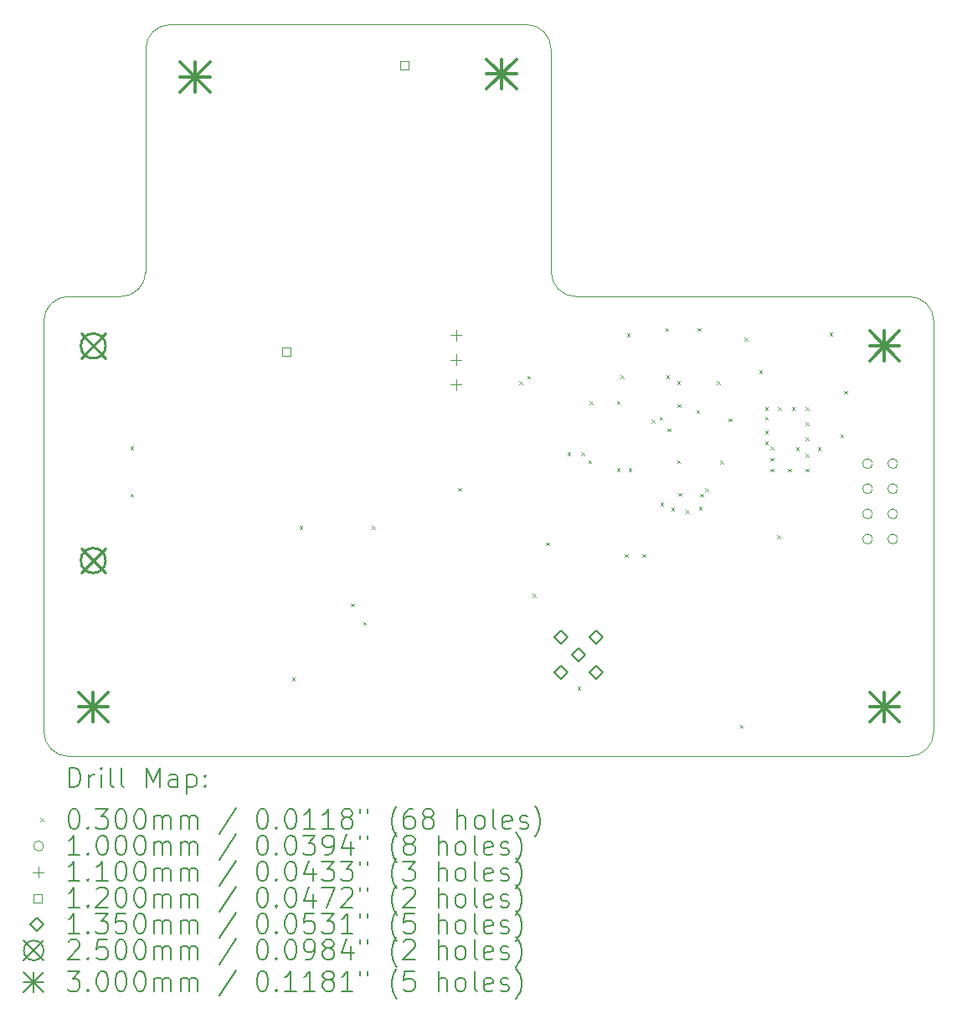
<source format=gbr>
%TF.GenerationSoftware,KiCad,Pcbnew,8.0.5*%
%TF.CreationDate,2024-10-07T01:51:23+09:00*%
%TF.ProjectId,fsk-energymeter,66736b2d-656e-4657-9267-796d65746572,v0.0.1*%
%TF.SameCoordinates,Original*%
%TF.FileFunction,Drillmap*%
%TF.FilePolarity,Positive*%
%FSLAX45Y45*%
G04 Gerber Fmt 4.5, Leading zero omitted, Abs format (unit mm)*
G04 Created by KiCad (PCBNEW 8.0.5) date 2024-10-07 01:51:23*
%MOMM*%
%LPD*%
G01*
G04 APERTURE LIST*
%ADD10C,0.050000*%
%ADD11C,0.200000*%
%ADD12C,0.100000*%
%ADD13C,0.110000*%
%ADD14C,0.120000*%
%ADD15C,0.135000*%
%ADD16C,0.250000*%
%ADD17C,0.300000*%
G04 APERTURE END LIST*
D10*
X17050000Y-7460000D02*
X17050000Y-11610000D01*
X12930000Y-4460000D02*
G75*
G02*
X13180000Y-4710000I0J-250000D01*
G01*
X16800000Y-11860000D02*
X8300000Y-11860000D01*
X8300000Y-7210000D02*
X8830000Y-7210000D01*
X17050000Y-11610000D02*
G75*
G02*
X16800000Y-11860000I-250000J0D01*
G01*
X16800000Y-7210000D02*
G75*
G02*
X17050000Y-7460000I0J-250000D01*
G01*
X13430000Y-7210000D02*
X16800000Y-7210000D01*
X9080000Y-6960000D02*
G75*
G02*
X8830000Y-7210000I-250000J0D01*
G01*
X8050000Y-11610000D02*
X8050000Y-7460000D01*
X8300000Y-11860000D02*
G75*
G02*
X8050000Y-11610000I0J250000D01*
G01*
X13430000Y-7210000D02*
G75*
G02*
X13180000Y-6960000I0J250000D01*
G01*
X13180000Y-4710000D02*
X13180000Y-6960000D01*
X8050000Y-7460000D02*
G75*
G02*
X8300000Y-7210000I250000J0D01*
G01*
X9080000Y-4710000D02*
G75*
G02*
X9330000Y-4460000I250000J0D01*
G01*
X9080000Y-6960000D02*
X9080000Y-4710000D01*
X9330000Y-4460000D02*
X12930000Y-4460000D01*
D11*
D12*
X8926200Y-8725000D02*
X8956200Y-8755000D01*
X8956200Y-8725000D02*
X8926200Y-8755000D01*
X8926200Y-9205500D02*
X8956200Y-9235500D01*
X8956200Y-9205500D02*
X8926200Y-9235500D01*
X10560000Y-11065000D02*
X10590000Y-11095000D01*
X10590000Y-11065000D02*
X10560000Y-11095000D01*
X10635000Y-9530000D02*
X10665000Y-9560000D01*
X10665000Y-9530000D02*
X10635000Y-9560000D01*
X11155000Y-10315000D02*
X11185000Y-10345000D01*
X11185000Y-10315000D02*
X11155000Y-10345000D01*
X11280000Y-10501500D02*
X11310000Y-10531500D01*
X11310000Y-10501500D02*
X11280000Y-10531500D01*
X11370000Y-9530000D02*
X11400000Y-9560000D01*
X11400000Y-9530000D02*
X11370000Y-9560000D01*
X12240000Y-9145000D02*
X12270000Y-9175000D01*
X12270000Y-9145000D02*
X12240000Y-9175000D01*
X12857500Y-8065000D02*
X12887500Y-8095000D01*
X12887500Y-8065000D02*
X12857500Y-8095000D01*
X12940000Y-8010000D02*
X12970000Y-8040000D01*
X12970000Y-8010000D02*
X12940000Y-8040000D01*
X12995000Y-10215000D02*
X13025000Y-10245000D01*
X13025000Y-10215000D02*
X12995000Y-10245000D01*
X13130000Y-9695000D02*
X13160000Y-9725000D01*
X13160000Y-9695000D02*
X13130000Y-9725000D01*
X13345000Y-8785000D02*
X13375000Y-8815000D01*
X13375000Y-8785000D02*
X13345000Y-8815000D01*
X13445000Y-11155000D02*
X13475000Y-11185000D01*
X13475000Y-11155000D02*
X13445000Y-11185000D01*
X13485000Y-8785000D02*
X13515000Y-8815000D01*
X13515000Y-8785000D02*
X13485000Y-8815000D01*
X13555000Y-8865000D02*
X13585000Y-8895000D01*
X13585000Y-8865000D02*
X13555000Y-8895000D01*
X13567500Y-8267500D02*
X13597500Y-8297500D01*
X13597500Y-8267500D02*
X13567500Y-8297500D01*
X13845000Y-8265000D02*
X13875000Y-8295000D01*
X13875000Y-8265000D02*
X13845000Y-8295000D01*
X13845000Y-8945000D02*
X13875000Y-8975000D01*
X13875000Y-8945000D02*
X13845000Y-8975000D01*
X13885000Y-8005000D02*
X13915000Y-8035000D01*
X13915000Y-8005000D02*
X13885000Y-8035000D01*
X13925000Y-9815000D02*
X13955000Y-9845000D01*
X13955000Y-9815000D02*
X13925000Y-9845000D01*
X13945000Y-7585000D02*
X13975000Y-7615000D01*
X13975000Y-7585000D02*
X13945000Y-7615000D01*
X13965000Y-8945000D02*
X13995000Y-8975000D01*
X13995000Y-8945000D02*
X13965000Y-8975000D01*
X14105000Y-9815000D02*
X14135000Y-9845000D01*
X14135000Y-9815000D02*
X14105000Y-9845000D01*
X14195000Y-8455000D02*
X14225000Y-8485000D01*
X14225000Y-8455000D02*
X14195000Y-8485000D01*
X14275000Y-8425000D02*
X14305000Y-8455000D01*
X14305000Y-8425000D02*
X14275000Y-8455000D01*
X14285000Y-9295000D02*
X14315000Y-9325000D01*
X14315000Y-9295000D02*
X14285000Y-9325000D01*
X14337500Y-7527500D02*
X14367500Y-7557500D01*
X14367500Y-7527500D02*
X14337500Y-7557500D01*
X14345000Y-8005000D02*
X14375000Y-8035000D01*
X14375000Y-8005000D02*
X14345000Y-8035000D01*
X14355000Y-8545000D02*
X14385000Y-8575000D01*
X14385000Y-8545000D02*
X14355000Y-8575000D01*
X14395000Y-9345000D02*
X14425000Y-9375000D01*
X14425000Y-9345000D02*
X14395000Y-9375000D01*
X14455000Y-8065000D02*
X14485000Y-8095000D01*
X14485000Y-8065000D02*
X14455000Y-8095000D01*
X14455000Y-8865000D02*
X14485000Y-8895000D01*
X14485000Y-8865000D02*
X14455000Y-8895000D01*
X14460000Y-8300000D02*
X14490000Y-8330000D01*
X14490000Y-8300000D02*
X14460000Y-8330000D01*
X14465000Y-9195000D02*
X14495000Y-9225000D01*
X14495000Y-9195000D02*
X14465000Y-9225000D01*
X14541109Y-9368891D02*
X14571109Y-9398891D01*
X14571109Y-9368891D02*
X14541109Y-9398891D01*
X14648431Y-8358431D02*
X14678431Y-8388431D01*
X14678431Y-8358431D02*
X14648431Y-8388431D01*
X14662500Y-7527500D02*
X14692500Y-7557500D01*
X14692500Y-7527500D02*
X14662500Y-7557500D01*
X14675000Y-9335000D02*
X14705000Y-9365000D01*
X14705000Y-9335000D02*
X14675000Y-9365000D01*
X14685000Y-9205000D02*
X14715000Y-9235000D01*
X14715000Y-9205000D02*
X14685000Y-9235000D01*
X14740000Y-9150000D02*
X14770000Y-9180000D01*
X14770000Y-9150000D02*
X14740000Y-9180000D01*
X14855000Y-8065000D02*
X14885000Y-8095000D01*
X14885000Y-8065000D02*
X14855000Y-8095000D01*
X14890000Y-8870000D02*
X14920000Y-8900000D01*
X14920000Y-8870000D02*
X14890000Y-8900000D01*
X14975000Y-8445000D02*
X15005000Y-8475000D01*
X15005000Y-8445000D02*
X14975000Y-8475000D01*
X15087500Y-11542500D02*
X15117500Y-11572500D01*
X15117500Y-11542500D02*
X15087500Y-11572500D01*
X15135000Y-7625000D02*
X15165000Y-7655000D01*
X15165000Y-7625000D02*
X15135000Y-7655000D01*
X15282500Y-7955000D02*
X15312500Y-7985000D01*
X15312500Y-7955000D02*
X15282500Y-7985000D01*
X15345000Y-8327500D02*
X15375000Y-8357500D01*
X15375000Y-8327500D02*
X15345000Y-8357500D01*
X15345000Y-8427500D02*
X15375000Y-8457500D01*
X15375000Y-8427500D02*
X15345000Y-8457500D01*
X15345000Y-8565000D02*
X15375000Y-8595000D01*
X15375000Y-8565000D02*
X15345000Y-8595000D01*
X15345000Y-8675000D02*
X15375000Y-8705000D01*
X15375000Y-8675000D02*
X15345000Y-8705000D01*
X15400000Y-8727500D02*
X15430000Y-8757500D01*
X15430000Y-8727500D02*
X15400000Y-8757500D01*
X15400000Y-8842500D02*
X15430000Y-8872500D01*
X15430000Y-8842500D02*
X15400000Y-8872500D01*
X15400000Y-8952500D02*
X15430000Y-8982500D01*
X15430000Y-8952500D02*
X15400000Y-8982500D01*
X15465000Y-9622500D02*
X15495000Y-9652500D01*
X15495000Y-9622500D02*
X15465000Y-9652500D01*
X15475000Y-8327500D02*
X15505000Y-8357500D01*
X15505000Y-8327500D02*
X15475000Y-8357500D01*
X15575000Y-8952500D02*
X15605000Y-8982500D01*
X15605000Y-8952500D02*
X15575000Y-8982500D01*
X15615000Y-8327500D02*
X15645000Y-8357500D01*
X15645000Y-8327500D02*
X15615000Y-8357500D01*
X15655000Y-8735000D02*
X15685000Y-8765000D01*
X15685000Y-8735000D02*
X15655000Y-8765000D01*
X15755000Y-8327500D02*
X15785000Y-8357500D01*
X15785000Y-8327500D02*
X15755000Y-8357500D01*
X15755000Y-8482500D02*
X15785000Y-8512500D01*
X15785000Y-8482500D02*
X15755000Y-8512500D01*
X15755000Y-8632500D02*
X15785000Y-8662500D01*
X15785000Y-8632500D02*
X15755000Y-8662500D01*
X15755000Y-8802500D02*
X15785000Y-8832500D01*
X15785000Y-8802500D02*
X15755000Y-8832500D01*
X15755000Y-8952500D02*
X15785000Y-8982500D01*
X15785000Y-8952500D02*
X15755000Y-8982500D01*
X15875000Y-8735000D02*
X15905000Y-8765000D01*
X15905000Y-8735000D02*
X15875000Y-8765000D01*
X15995000Y-7575000D02*
X16025000Y-7605000D01*
X16025000Y-7575000D02*
X15995000Y-7605000D01*
X16105000Y-8605000D02*
X16135000Y-8635000D01*
X16135000Y-8605000D02*
X16105000Y-8635000D01*
X16145000Y-8165000D02*
X16175000Y-8195000D01*
X16175000Y-8165000D02*
X16145000Y-8195000D01*
X16430000Y-8900000D02*
G75*
G02*
X16330000Y-8900000I-50000J0D01*
G01*
X16330000Y-8900000D02*
G75*
G02*
X16430000Y-8900000I50000J0D01*
G01*
X16430000Y-9154000D02*
G75*
G02*
X16330000Y-9154000I-50000J0D01*
G01*
X16330000Y-9154000D02*
G75*
G02*
X16430000Y-9154000I50000J0D01*
G01*
X16430000Y-9408000D02*
G75*
G02*
X16330000Y-9408000I-50000J0D01*
G01*
X16330000Y-9408000D02*
G75*
G02*
X16430000Y-9408000I50000J0D01*
G01*
X16430000Y-9662000D02*
G75*
G02*
X16330000Y-9662000I-50000J0D01*
G01*
X16330000Y-9662000D02*
G75*
G02*
X16430000Y-9662000I50000J0D01*
G01*
X16684000Y-8900000D02*
G75*
G02*
X16584000Y-8900000I-50000J0D01*
G01*
X16584000Y-8900000D02*
G75*
G02*
X16684000Y-8900000I50000J0D01*
G01*
X16684000Y-9154000D02*
G75*
G02*
X16584000Y-9154000I-50000J0D01*
G01*
X16584000Y-9154000D02*
G75*
G02*
X16684000Y-9154000I50000J0D01*
G01*
X16684000Y-9408000D02*
G75*
G02*
X16584000Y-9408000I-50000J0D01*
G01*
X16584000Y-9408000D02*
G75*
G02*
X16684000Y-9408000I50000J0D01*
G01*
X16684000Y-9662000D02*
G75*
G02*
X16584000Y-9662000I-50000J0D01*
G01*
X16584000Y-9662000D02*
G75*
G02*
X16684000Y-9662000I50000J0D01*
G01*
D13*
X12220000Y-7545000D02*
X12220000Y-7655000D01*
X12165000Y-7600000D02*
X12275000Y-7600000D01*
X12220000Y-7795000D02*
X12220000Y-7905000D01*
X12165000Y-7850000D02*
X12275000Y-7850000D01*
X12220000Y-8045000D02*
X12220000Y-8155000D01*
X12165000Y-8100000D02*
X12275000Y-8100000D01*
D14*
X10542427Y-7812427D02*
X10542427Y-7727573D01*
X10457573Y-7727573D01*
X10457573Y-7812427D01*
X10542427Y-7812427D01*
X11742427Y-4912427D02*
X11742427Y-4827573D01*
X11657573Y-4827573D01*
X11657573Y-4912427D01*
X11742427Y-4912427D01*
D15*
X13283000Y-10720500D02*
X13350500Y-10653000D01*
X13283000Y-10585500D01*
X13215500Y-10653000D01*
X13283000Y-10720500D01*
X13283000Y-11074500D02*
X13350500Y-11007000D01*
X13283000Y-10939500D01*
X13215500Y-11007000D01*
X13283000Y-11074500D01*
X13460000Y-10897500D02*
X13527500Y-10830000D01*
X13460000Y-10762500D01*
X13392500Y-10830000D01*
X13460000Y-10897500D01*
X13637000Y-10720500D02*
X13704500Y-10653000D01*
X13637000Y-10585500D01*
X13569500Y-10653000D01*
X13637000Y-10720500D01*
X13637000Y-11074500D02*
X13704500Y-11007000D01*
X13637000Y-10939500D01*
X13569500Y-11007000D01*
X13637000Y-11074500D01*
D16*
X8425000Y-7585000D02*
X8675000Y-7835000D01*
X8675000Y-7585000D02*
X8425000Y-7835000D01*
X8675000Y-7710000D02*
G75*
G02*
X8425000Y-7710000I-125000J0D01*
G01*
X8425000Y-7710000D02*
G75*
G02*
X8675000Y-7710000I125000J0D01*
G01*
X8425000Y-9755000D02*
X8675000Y-10005000D01*
X8675000Y-9755000D02*
X8425000Y-10005000D01*
X8675000Y-9880000D02*
G75*
G02*
X8425000Y-9880000I-125000J0D01*
G01*
X8425000Y-9880000D02*
G75*
G02*
X8675000Y-9880000I125000J0D01*
G01*
D17*
X8400000Y-11210000D02*
X8700000Y-11510000D01*
X8700000Y-11210000D02*
X8400000Y-11510000D01*
X8550000Y-11210000D02*
X8550000Y-11510000D01*
X8400000Y-11360000D02*
X8700000Y-11360000D01*
X9430000Y-4840000D02*
X9730000Y-5140000D01*
X9730000Y-4840000D02*
X9430000Y-5140000D01*
X9580000Y-4840000D02*
X9580000Y-5140000D01*
X9430000Y-4990000D02*
X9730000Y-4990000D01*
X12530000Y-4810000D02*
X12830000Y-5110000D01*
X12830000Y-4810000D02*
X12530000Y-5110000D01*
X12680000Y-4810000D02*
X12680000Y-5110000D01*
X12530000Y-4960000D02*
X12830000Y-4960000D01*
X16400000Y-7560000D02*
X16700000Y-7860000D01*
X16700000Y-7560000D02*
X16400000Y-7860000D01*
X16550000Y-7560000D02*
X16550000Y-7860000D01*
X16400000Y-7710000D02*
X16700000Y-7710000D01*
X16400000Y-11210000D02*
X16700000Y-11510000D01*
X16700000Y-11210000D02*
X16400000Y-11510000D01*
X16550000Y-11210000D02*
X16550000Y-11510000D01*
X16400000Y-11360000D02*
X16700000Y-11360000D01*
D11*
X8308277Y-12173984D02*
X8308277Y-11973984D01*
X8308277Y-11973984D02*
X8355896Y-11973984D01*
X8355896Y-11973984D02*
X8384467Y-11983508D01*
X8384467Y-11983508D02*
X8403515Y-12002555D01*
X8403515Y-12002555D02*
X8413039Y-12021603D01*
X8413039Y-12021603D02*
X8422563Y-12059698D01*
X8422563Y-12059698D02*
X8422563Y-12088269D01*
X8422563Y-12088269D02*
X8413039Y-12126365D01*
X8413039Y-12126365D02*
X8403515Y-12145412D01*
X8403515Y-12145412D02*
X8384467Y-12164460D01*
X8384467Y-12164460D02*
X8355896Y-12173984D01*
X8355896Y-12173984D02*
X8308277Y-12173984D01*
X8508277Y-12173984D02*
X8508277Y-12040650D01*
X8508277Y-12078746D02*
X8517801Y-12059698D01*
X8517801Y-12059698D02*
X8527324Y-12050174D01*
X8527324Y-12050174D02*
X8546372Y-12040650D01*
X8546372Y-12040650D02*
X8565420Y-12040650D01*
X8632086Y-12173984D02*
X8632086Y-12040650D01*
X8632086Y-11973984D02*
X8622563Y-11983508D01*
X8622563Y-11983508D02*
X8632086Y-11993031D01*
X8632086Y-11993031D02*
X8641610Y-11983508D01*
X8641610Y-11983508D02*
X8632086Y-11973984D01*
X8632086Y-11973984D02*
X8632086Y-11993031D01*
X8755896Y-12173984D02*
X8736848Y-12164460D01*
X8736848Y-12164460D02*
X8727324Y-12145412D01*
X8727324Y-12145412D02*
X8727324Y-11973984D01*
X8860658Y-12173984D02*
X8841610Y-12164460D01*
X8841610Y-12164460D02*
X8832086Y-12145412D01*
X8832086Y-12145412D02*
X8832086Y-11973984D01*
X9089229Y-12173984D02*
X9089229Y-11973984D01*
X9089229Y-11973984D02*
X9155896Y-12116841D01*
X9155896Y-12116841D02*
X9222563Y-11973984D01*
X9222563Y-11973984D02*
X9222563Y-12173984D01*
X9403515Y-12173984D02*
X9403515Y-12069222D01*
X9403515Y-12069222D02*
X9393991Y-12050174D01*
X9393991Y-12050174D02*
X9374944Y-12040650D01*
X9374944Y-12040650D02*
X9336848Y-12040650D01*
X9336848Y-12040650D02*
X9317801Y-12050174D01*
X9403515Y-12164460D02*
X9384467Y-12173984D01*
X9384467Y-12173984D02*
X9336848Y-12173984D01*
X9336848Y-12173984D02*
X9317801Y-12164460D01*
X9317801Y-12164460D02*
X9308277Y-12145412D01*
X9308277Y-12145412D02*
X9308277Y-12126365D01*
X9308277Y-12126365D02*
X9317801Y-12107317D01*
X9317801Y-12107317D02*
X9336848Y-12097793D01*
X9336848Y-12097793D02*
X9384467Y-12097793D01*
X9384467Y-12097793D02*
X9403515Y-12088269D01*
X9498753Y-12040650D02*
X9498753Y-12240650D01*
X9498753Y-12050174D02*
X9517801Y-12040650D01*
X9517801Y-12040650D02*
X9555896Y-12040650D01*
X9555896Y-12040650D02*
X9574944Y-12050174D01*
X9574944Y-12050174D02*
X9584467Y-12059698D01*
X9584467Y-12059698D02*
X9593991Y-12078746D01*
X9593991Y-12078746D02*
X9593991Y-12135888D01*
X9593991Y-12135888D02*
X9584467Y-12154936D01*
X9584467Y-12154936D02*
X9574944Y-12164460D01*
X9574944Y-12164460D02*
X9555896Y-12173984D01*
X9555896Y-12173984D02*
X9517801Y-12173984D01*
X9517801Y-12173984D02*
X9498753Y-12164460D01*
X9679705Y-12154936D02*
X9689229Y-12164460D01*
X9689229Y-12164460D02*
X9679705Y-12173984D01*
X9679705Y-12173984D02*
X9670182Y-12164460D01*
X9670182Y-12164460D02*
X9679705Y-12154936D01*
X9679705Y-12154936D02*
X9679705Y-12173984D01*
X9679705Y-12050174D02*
X9689229Y-12059698D01*
X9689229Y-12059698D02*
X9679705Y-12069222D01*
X9679705Y-12069222D02*
X9670182Y-12059698D01*
X9670182Y-12059698D02*
X9679705Y-12050174D01*
X9679705Y-12050174D02*
X9679705Y-12069222D01*
D12*
X8017500Y-12487500D02*
X8047500Y-12517500D01*
X8047500Y-12487500D02*
X8017500Y-12517500D01*
D11*
X8346372Y-12393984D02*
X8365420Y-12393984D01*
X8365420Y-12393984D02*
X8384467Y-12403508D01*
X8384467Y-12403508D02*
X8393991Y-12413031D01*
X8393991Y-12413031D02*
X8403515Y-12432079D01*
X8403515Y-12432079D02*
X8413039Y-12470174D01*
X8413039Y-12470174D02*
X8413039Y-12517793D01*
X8413039Y-12517793D02*
X8403515Y-12555888D01*
X8403515Y-12555888D02*
X8393991Y-12574936D01*
X8393991Y-12574936D02*
X8384467Y-12584460D01*
X8384467Y-12584460D02*
X8365420Y-12593984D01*
X8365420Y-12593984D02*
X8346372Y-12593984D01*
X8346372Y-12593984D02*
X8327324Y-12584460D01*
X8327324Y-12584460D02*
X8317801Y-12574936D01*
X8317801Y-12574936D02*
X8308277Y-12555888D01*
X8308277Y-12555888D02*
X8298753Y-12517793D01*
X8298753Y-12517793D02*
X8298753Y-12470174D01*
X8298753Y-12470174D02*
X8308277Y-12432079D01*
X8308277Y-12432079D02*
X8317801Y-12413031D01*
X8317801Y-12413031D02*
X8327324Y-12403508D01*
X8327324Y-12403508D02*
X8346372Y-12393984D01*
X8498753Y-12574936D02*
X8508277Y-12584460D01*
X8508277Y-12584460D02*
X8498753Y-12593984D01*
X8498753Y-12593984D02*
X8489229Y-12584460D01*
X8489229Y-12584460D02*
X8498753Y-12574936D01*
X8498753Y-12574936D02*
X8498753Y-12593984D01*
X8574944Y-12393984D02*
X8698753Y-12393984D01*
X8698753Y-12393984D02*
X8632086Y-12470174D01*
X8632086Y-12470174D02*
X8660658Y-12470174D01*
X8660658Y-12470174D02*
X8679705Y-12479698D01*
X8679705Y-12479698D02*
X8689229Y-12489222D01*
X8689229Y-12489222D02*
X8698753Y-12508269D01*
X8698753Y-12508269D02*
X8698753Y-12555888D01*
X8698753Y-12555888D02*
X8689229Y-12574936D01*
X8689229Y-12574936D02*
X8679705Y-12584460D01*
X8679705Y-12584460D02*
X8660658Y-12593984D01*
X8660658Y-12593984D02*
X8603515Y-12593984D01*
X8603515Y-12593984D02*
X8584467Y-12584460D01*
X8584467Y-12584460D02*
X8574944Y-12574936D01*
X8822563Y-12393984D02*
X8841610Y-12393984D01*
X8841610Y-12393984D02*
X8860658Y-12403508D01*
X8860658Y-12403508D02*
X8870182Y-12413031D01*
X8870182Y-12413031D02*
X8879705Y-12432079D01*
X8879705Y-12432079D02*
X8889229Y-12470174D01*
X8889229Y-12470174D02*
X8889229Y-12517793D01*
X8889229Y-12517793D02*
X8879705Y-12555888D01*
X8879705Y-12555888D02*
X8870182Y-12574936D01*
X8870182Y-12574936D02*
X8860658Y-12584460D01*
X8860658Y-12584460D02*
X8841610Y-12593984D01*
X8841610Y-12593984D02*
X8822563Y-12593984D01*
X8822563Y-12593984D02*
X8803515Y-12584460D01*
X8803515Y-12584460D02*
X8793991Y-12574936D01*
X8793991Y-12574936D02*
X8784467Y-12555888D01*
X8784467Y-12555888D02*
X8774944Y-12517793D01*
X8774944Y-12517793D02*
X8774944Y-12470174D01*
X8774944Y-12470174D02*
X8784467Y-12432079D01*
X8784467Y-12432079D02*
X8793991Y-12413031D01*
X8793991Y-12413031D02*
X8803515Y-12403508D01*
X8803515Y-12403508D02*
X8822563Y-12393984D01*
X9013039Y-12393984D02*
X9032086Y-12393984D01*
X9032086Y-12393984D02*
X9051134Y-12403508D01*
X9051134Y-12403508D02*
X9060658Y-12413031D01*
X9060658Y-12413031D02*
X9070182Y-12432079D01*
X9070182Y-12432079D02*
X9079705Y-12470174D01*
X9079705Y-12470174D02*
X9079705Y-12517793D01*
X9079705Y-12517793D02*
X9070182Y-12555888D01*
X9070182Y-12555888D02*
X9060658Y-12574936D01*
X9060658Y-12574936D02*
X9051134Y-12584460D01*
X9051134Y-12584460D02*
X9032086Y-12593984D01*
X9032086Y-12593984D02*
X9013039Y-12593984D01*
X9013039Y-12593984D02*
X8993991Y-12584460D01*
X8993991Y-12584460D02*
X8984467Y-12574936D01*
X8984467Y-12574936D02*
X8974944Y-12555888D01*
X8974944Y-12555888D02*
X8965420Y-12517793D01*
X8965420Y-12517793D02*
X8965420Y-12470174D01*
X8965420Y-12470174D02*
X8974944Y-12432079D01*
X8974944Y-12432079D02*
X8984467Y-12413031D01*
X8984467Y-12413031D02*
X8993991Y-12403508D01*
X8993991Y-12403508D02*
X9013039Y-12393984D01*
X9165420Y-12593984D02*
X9165420Y-12460650D01*
X9165420Y-12479698D02*
X9174944Y-12470174D01*
X9174944Y-12470174D02*
X9193991Y-12460650D01*
X9193991Y-12460650D02*
X9222563Y-12460650D01*
X9222563Y-12460650D02*
X9241610Y-12470174D01*
X9241610Y-12470174D02*
X9251134Y-12489222D01*
X9251134Y-12489222D02*
X9251134Y-12593984D01*
X9251134Y-12489222D02*
X9260658Y-12470174D01*
X9260658Y-12470174D02*
X9279705Y-12460650D01*
X9279705Y-12460650D02*
X9308277Y-12460650D01*
X9308277Y-12460650D02*
X9327325Y-12470174D01*
X9327325Y-12470174D02*
X9336848Y-12489222D01*
X9336848Y-12489222D02*
X9336848Y-12593984D01*
X9432086Y-12593984D02*
X9432086Y-12460650D01*
X9432086Y-12479698D02*
X9441610Y-12470174D01*
X9441610Y-12470174D02*
X9460658Y-12460650D01*
X9460658Y-12460650D02*
X9489229Y-12460650D01*
X9489229Y-12460650D02*
X9508277Y-12470174D01*
X9508277Y-12470174D02*
X9517801Y-12489222D01*
X9517801Y-12489222D02*
X9517801Y-12593984D01*
X9517801Y-12489222D02*
X9527325Y-12470174D01*
X9527325Y-12470174D02*
X9546372Y-12460650D01*
X9546372Y-12460650D02*
X9574944Y-12460650D01*
X9574944Y-12460650D02*
X9593991Y-12470174D01*
X9593991Y-12470174D02*
X9603515Y-12489222D01*
X9603515Y-12489222D02*
X9603515Y-12593984D01*
X9993991Y-12384460D02*
X9822563Y-12641603D01*
X10251134Y-12393984D02*
X10270182Y-12393984D01*
X10270182Y-12393984D02*
X10289229Y-12403508D01*
X10289229Y-12403508D02*
X10298753Y-12413031D01*
X10298753Y-12413031D02*
X10308277Y-12432079D01*
X10308277Y-12432079D02*
X10317801Y-12470174D01*
X10317801Y-12470174D02*
X10317801Y-12517793D01*
X10317801Y-12517793D02*
X10308277Y-12555888D01*
X10308277Y-12555888D02*
X10298753Y-12574936D01*
X10298753Y-12574936D02*
X10289229Y-12584460D01*
X10289229Y-12584460D02*
X10270182Y-12593984D01*
X10270182Y-12593984D02*
X10251134Y-12593984D01*
X10251134Y-12593984D02*
X10232087Y-12584460D01*
X10232087Y-12584460D02*
X10222563Y-12574936D01*
X10222563Y-12574936D02*
X10213039Y-12555888D01*
X10213039Y-12555888D02*
X10203515Y-12517793D01*
X10203515Y-12517793D02*
X10203515Y-12470174D01*
X10203515Y-12470174D02*
X10213039Y-12432079D01*
X10213039Y-12432079D02*
X10222563Y-12413031D01*
X10222563Y-12413031D02*
X10232087Y-12403508D01*
X10232087Y-12403508D02*
X10251134Y-12393984D01*
X10403515Y-12574936D02*
X10413039Y-12584460D01*
X10413039Y-12584460D02*
X10403515Y-12593984D01*
X10403515Y-12593984D02*
X10393991Y-12584460D01*
X10393991Y-12584460D02*
X10403515Y-12574936D01*
X10403515Y-12574936D02*
X10403515Y-12593984D01*
X10536848Y-12393984D02*
X10555896Y-12393984D01*
X10555896Y-12393984D02*
X10574944Y-12403508D01*
X10574944Y-12403508D02*
X10584468Y-12413031D01*
X10584468Y-12413031D02*
X10593991Y-12432079D01*
X10593991Y-12432079D02*
X10603515Y-12470174D01*
X10603515Y-12470174D02*
X10603515Y-12517793D01*
X10603515Y-12517793D02*
X10593991Y-12555888D01*
X10593991Y-12555888D02*
X10584468Y-12574936D01*
X10584468Y-12574936D02*
X10574944Y-12584460D01*
X10574944Y-12584460D02*
X10555896Y-12593984D01*
X10555896Y-12593984D02*
X10536848Y-12593984D01*
X10536848Y-12593984D02*
X10517801Y-12584460D01*
X10517801Y-12584460D02*
X10508277Y-12574936D01*
X10508277Y-12574936D02*
X10498753Y-12555888D01*
X10498753Y-12555888D02*
X10489229Y-12517793D01*
X10489229Y-12517793D02*
X10489229Y-12470174D01*
X10489229Y-12470174D02*
X10498753Y-12432079D01*
X10498753Y-12432079D02*
X10508277Y-12413031D01*
X10508277Y-12413031D02*
X10517801Y-12403508D01*
X10517801Y-12403508D02*
X10536848Y-12393984D01*
X10793991Y-12593984D02*
X10679706Y-12593984D01*
X10736848Y-12593984D02*
X10736848Y-12393984D01*
X10736848Y-12393984D02*
X10717801Y-12422555D01*
X10717801Y-12422555D02*
X10698753Y-12441603D01*
X10698753Y-12441603D02*
X10679706Y-12451127D01*
X10984468Y-12593984D02*
X10870182Y-12593984D01*
X10927325Y-12593984D02*
X10927325Y-12393984D01*
X10927325Y-12393984D02*
X10908277Y-12422555D01*
X10908277Y-12422555D02*
X10889229Y-12441603D01*
X10889229Y-12441603D02*
X10870182Y-12451127D01*
X11098753Y-12479698D02*
X11079706Y-12470174D01*
X11079706Y-12470174D02*
X11070182Y-12460650D01*
X11070182Y-12460650D02*
X11060658Y-12441603D01*
X11060658Y-12441603D02*
X11060658Y-12432079D01*
X11060658Y-12432079D02*
X11070182Y-12413031D01*
X11070182Y-12413031D02*
X11079706Y-12403508D01*
X11079706Y-12403508D02*
X11098753Y-12393984D01*
X11098753Y-12393984D02*
X11136849Y-12393984D01*
X11136849Y-12393984D02*
X11155896Y-12403508D01*
X11155896Y-12403508D02*
X11165420Y-12413031D01*
X11165420Y-12413031D02*
X11174944Y-12432079D01*
X11174944Y-12432079D02*
X11174944Y-12441603D01*
X11174944Y-12441603D02*
X11165420Y-12460650D01*
X11165420Y-12460650D02*
X11155896Y-12470174D01*
X11155896Y-12470174D02*
X11136849Y-12479698D01*
X11136849Y-12479698D02*
X11098753Y-12479698D01*
X11098753Y-12479698D02*
X11079706Y-12489222D01*
X11079706Y-12489222D02*
X11070182Y-12498746D01*
X11070182Y-12498746D02*
X11060658Y-12517793D01*
X11060658Y-12517793D02*
X11060658Y-12555888D01*
X11060658Y-12555888D02*
X11070182Y-12574936D01*
X11070182Y-12574936D02*
X11079706Y-12584460D01*
X11079706Y-12584460D02*
X11098753Y-12593984D01*
X11098753Y-12593984D02*
X11136849Y-12593984D01*
X11136849Y-12593984D02*
X11155896Y-12584460D01*
X11155896Y-12584460D02*
X11165420Y-12574936D01*
X11165420Y-12574936D02*
X11174944Y-12555888D01*
X11174944Y-12555888D02*
X11174944Y-12517793D01*
X11174944Y-12517793D02*
X11165420Y-12498746D01*
X11165420Y-12498746D02*
X11155896Y-12489222D01*
X11155896Y-12489222D02*
X11136849Y-12479698D01*
X11251134Y-12393984D02*
X11251134Y-12432079D01*
X11327325Y-12393984D02*
X11327325Y-12432079D01*
X11622563Y-12670174D02*
X11613039Y-12660650D01*
X11613039Y-12660650D02*
X11593991Y-12632079D01*
X11593991Y-12632079D02*
X11584468Y-12613031D01*
X11584468Y-12613031D02*
X11574944Y-12584460D01*
X11574944Y-12584460D02*
X11565420Y-12536841D01*
X11565420Y-12536841D02*
X11565420Y-12498746D01*
X11565420Y-12498746D02*
X11574944Y-12451127D01*
X11574944Y-12451127D02*
X11584468Y-12422555D01*
X11584468Y-12422555D02*
X11593991Y-12403508D01*
X11593991Y-12403508D02*
X11613039Y-12374936D01*
X11613039Y-12374936D02*
X11622563Y-12365412D01*
X11784468Y-12393984D02*
X11746372Y-12393984D01*
X11746372Y-12393984D02*
X11727325Y-12403508D01*
X11727325Y-12403508D02*
X11717801Y-12413031D01*
X11717801Y-12413031D02*
X11698753Y-12441603D01*
X11698753Y-12441603D02*
X11689229Y-12479698D01*
X11689229Y-12479698D02*
X11689229Y-12555888D01*
X11689229Y-12555888D02*
X11698753Y-12574936D01*
X11698753Y-12574936D02*
X11708277Y-12584460D01*
X11708277Y-12584460D02*
X11727325Y-12593984D01*
X11727325Y-12593984D02*
X11765420Y-12593984D01*
X11765420Y-12593984D02*
X11784468Y-12584460D01*
X11784468Y-12584460D02*
X11793991Y-12574936D01*
X11793991Y-12574936D02*
X11803515Y-12555888D01*
X11803515Y-12555888D02*
X11803515Y-12508269D01*
X11803515Y-12508269D02*
X11793991Y-12489222D01*
X11793991Y-12489222D02*
X11784468Y-12479698D01*
X11784468Y-12479698D02*
X11765420Y-12470174D01*
X11765420Y-12470174D02*
X11727325Y-12470174D01*
X11727325Y-12470174D02*
X11708277Y-12479698D01*
X11708277Y-12479698D02*
X11698753Y-12489222D01*
X11698753Y-12489222D02*
X11689229Y-12508269D01*
X11917801Y-12479698D02*
X11898753Y-12470174D01*
X11898753Y-12470174D02*
X11889229Y-12460650D01*
X11889229Y-12460650D02*
X11879706Y-12441603D01*
X11879706Y-12441603D02*
X11879706Y-12432079D01*
X11879706Y-12432079D02*
X11889229Y-12413031D01*
X11889229Y-12413031D02*
X11898753Y-12403508D01*
X11898753Y-12403508D02*
X11917801Y-12393984D01*
X11917801Y-12393984D02*
X11955896Y-12393984D01*
X11955896Y-12393984D02*
X11974944Y-12403508D01*
X11974944Y-12403508D02*
X11984468Y-12413031D01*
X11984468Y-12413031D02*
X11993991Y-12432079D01*
X11993991Y-12432079D02*
X11993991Y-12441603D01*
X11993991Y-12441603D02*
X11984468Y-12460650D01*
X11984468Y-12460650D02*
X11974944Y-12470174D01*
X11974944Y-12470174D02*
X11955896Y-12479698D01*
X11955896Y-12479698D02*
X11917801Y-12479698D01*
X11917801Y-12479698D02*
X11898753Y-12489222D01*
X11898753Y-12489222D02*
X11889229Y-12498746D01*
X11889229Y-12498746D02*
X11879706Y-12517793D01*
X11879706Y-12517793D02*
X11879706Y-12555888D01*
X11879706Y-12555888D02*
X11889229Y-12574936D01*
X11889229Y-12574936D02*
X11898753Y-12584460D01*
X11898753Y-12584460D02*
X11917801Y-12593984D01*
X11917801Y-12593984D02*
X11955896Y-12593984D01*
X11955896Y-12593984D02*
X11974944Y-12584460D01*
X11974944Y-12584460D02*
X11984468Y-12574936D01*
X11984468Y-12574936D02*
X11993991Y-12555888D01*
X11993991Y-12555888D02*
X11993991Y-12517793D01*
X11993991Y-12517793D02*
X11984468Y-12498746D01*
X11984468Y-12498746D02*
X11974944Y-12489222D01*
X11974944Y-12489222D02*
X11955896Y-12479698D01*
X12232087Y-12593984D02*
X12232087Y-12393984D01*
X12317801Y-12593984D02*
X12317801Y-12489222D01*
X12317801Y-12489222D02*
X12308277Y-12470174D01*
X12308277Y-12470174D02*
X12289230Y-12460650D01*
X12289230Y-12460650D02*
X12260658Y-12460650D01*
X12260658Y-12460650D02*
X12241610Y-12470174D01*
X12241610Y-12470174D02*
X12232087Y-12479698D01*
X12441610Y-12593984D02*
X12422563Y-12584460D01*
X12422563Y-12584460D02*
X12413039Y-12574936D01*
X12413039Y-12574936D02*
X12403515Y-12555888D01*
X12403515Y-12555888D02*
X12403515Y-12498746D01*
X12403515Y-12498746D02*
X12413039Y-12479698D01*
X12413039Y-12479698D02*
X12422563Y-12470174D01*
X12422563Y-12470174D02*
X12441610Y-12460650D01*
X12441610Y-12460650D02*
X12470182Y-12460650D01*
X12470182Y-12460650D02*
X12489230Y-12470174D01*
X12489230Y-12470174D02*
X12498753Y-12479698D01*
X12498753Y-12479698D02*
X12508277Y-12498746D01*
X12508277Y-12498746D02*
X12508277Y-12555888D01*
X12508277Y-12555888D02*
X12498753Y-12574936D01*
X12498753Y-12574936D02*
X12489230Y-12584460D01*
X12489230Y-12584460D02*
X12470182Y-12593984D01*
X12470182Y-12593984D02*
X12441610Y-12593984D01*
X12622563Y-12593984D02*
X12603515Y-12584460D01*
X12603515Y-12584460D02*
X12593991Y-12565412D01*
X12593991Y-12565412D02*
X12593991Y-12393984D01*
X12774944Y-12584460D02*
X12755896Y-12593984D01*
X12755896Y-12593984D02*
X12717801Y-12593984D01*
X12717801Y-12593984D02*
X12698753Y-12584460D01*
X12698753Y-12584460D02*
X12689230Y-12565412D01*
X12689230Y-12565412D02*
X12689230Y-12489222D01*
X12689230Y-12489222D02*
X12698753Y-12470174D01*
X12698753Y-12470174D02*
X12717801Y-12460650D01*
X12717801Y-12460650D02*
X12755896Y-12460650D01*
X12755896Y-12460650D02*
X12774944Y-12470174D01*
X12774944Y-12470174D02*
X12784468Y-12489222D01*
X12784468Y-12489222D02*
X12784468Y-12508269D01*
X12784468Y-12508269D02*
X12689230Y-12527317D01*
X12860658Y-12584460D02*
X12879706Y-12593984D01*
X12879706Y-12593984D02*
X12917801Y-12593984D01*
X12917801Y-12593984D02*
X12936849Y-12584460D01*
X12936849Y-12584460D02*
X12946372Y-12565412D01*
X12946372Y-12565412D02*
X12946372Y-12555888D01*
X12946372Y-12555888D02*
X12936849Y-12536841D01*
X12936849Y-12536841D02*
X12917801Y-12527317D01*
X12917801Y-12527317D02*
X12889230Y-12527317D01*
X12889230Y-12527317D02*
X12870182Y-12517793D01*
X12870182Y-12517793D02*
X12860658Y-12498746D01*
X12860658Y-12498746D02*
X12860658Y-12489222D01*
X12860658Y-12489222D02*
X12870182Y-12470174D01*
X12870182Y-12470174D02*
X12889230Y-12460650D01*
X12889230Y-12460650D02*
X12917801Y-12460650D01*
X12917801Y-12460650D02*
X12936849Y-12470174D01*
X13013039Y-12670174D02*
X13022563Y-12660650D01*
X13022563Y-12660650D02*
X13041611Y-12632079D01*
X13041611Y-12632079D02*
X13051134Y-12613031D01*
X13051134Y-12613031D02*
X13060658Y-12584460D01*
X13060658Y-12584460D02*
X13070182Y-12536841D01*
X13070182Y-12536841D02*
X13070182Y-12498746D01*
X13070182Y-12498746D02*
X13060658Y-12451127D01*
X13060658Y-12451127D02*
X13051134Y-12422555D01*
X13051134Y-12422555D02*
X13041611Y-12403508D01*
X13041611Y-12403508D02*
X13022563Y-12374936D01*
X13022563Y-12374936D02*
X13013039Y-12365412D01*
D12*
X8047500Y-12766500D02*
G75*
G02*
X7947500Y-12766500I-50000J0D01*
G01*
X7947500Y-12766500D02*
G75*
G02*
X8047500Y-12766500I50000J0D01*
G01*
D11*
X8413039Y-12857984D02*
X8298753Y-12857984D01*
X8355896Y-12857984D02*
X8355896Y-12657984D01*
X8355896Y-12657984D02*
X8336848Y-12686555D01*
X8336848Y-12686555D02*
X8317801Y-12705603D01*
X8317801Y-12705603D02*
X8298753Y-12715127D01*
X8498753Y-12838936D02*
X8508277Y-12848460D01*
X8508277Y-12848460D02*
X8498753Y-12857984D01*
X8498753Y-12857984D02*
X8489229Y-12848460D01*
X8489229Y-12848460D02*
X8498753Y-12838936D01*
X8498753Y-12838936D02*
X8498753Y-12857984D01*
X8632086Y-12657984D02*
X8651134Y-12657984D01*
X8651134Y-12657984D02*
X8670182Y-12667508D01*
X8670182Y-12667508D02*
X8679705Y-12677031D01*
X8679705Y-12677031D02*
X8689229Y-12696079D01*
X8689229Y-12696079D02*
X8698753Y-12734174D01*
X8698753Y-12734174D02*
X8698753Y-12781793D01*
X8698753Y-12781793D02*
X8689229Y-12819888D01*
X8689229Y-12819888D02*
X8679705Y-12838936D01*
X8679705Y-12838936D02*
X8670182Y-12848460D01*
X8670182Y-12848460D02*
X8651134Y-12857984D01*
X8651134Y-12857984D02*
X8632086Y-12857984D01*
X8632086Y-12857984D02*
X8613039Y-12848460D01*
X8613039Y-12848460D02*
X8603515Y-12838936D01*
X8603515Y-12838936D02*
X8593991Y-12819888D01*
X8593991Y-12819888D02*
X8584467Y-12781793D01*
X8584467Y-12781793D02*
X8584467Y-12734174D01*
X8584467Y-12734174D02*
X8593991Y-12696079D01*
X8593991Y-12696079D02*
X8603515Y-12677031D01*
X8603515Y-12677031D02*
X8613039Y-12667508D01*
X8613039Y-12667508D02*
X8632086Y-12657984D01*
X8822563Y-12657984D02*
X8841610Y-12657984D01*
X8841610Y-12657984D02*
X8860658Y-12667508D01*
X8860658Y-12667508D02*
X8870182Y-12677031D01*
X8870182Y-12677031D02*
X8879705Y-12696079D01*
X8879705Y-12696079D02*
X8889229Y-12734174D01*
X8889229Y-12734174D02*
X8889229Y-12781793D01*
X8889229Y-12781793D02*
X8879705Y-12819888D01*
X8879705Y-12819888D02*
X8870182Y-12838936D01*
X8870182Y-12838936D02*
X8860658Y-12848460D01*
X8860658Y-12848460D02*
X8841610Y-12857984D01*
X8841610Y-12857984D02*
X8822563Y-12857984D01*
X8822563Y-12857984D02*
X8803515Y-12848460D01*
X8803515Y-12848460D02*
X8793991Y-12838936D01*
X8793991Y-12838936D02*
X8784467Y-12819888D01*
X8784467Y-12819888D02*
X8774944Y-12781793D01*
X8774944Y-12781793D02*
X8774944Y-12734174D01*
X8774944Y-12734174D02*
X8784467Y-12696079D01*
X8784467Y-12696079D02*
X8793991Y-12677031D01*
X8793991Y-12677031D02*
X8803515Y-12667508D01*
X8803515Y-12667508D02*
X8822563Y-12657984D01*
X9013039Y-12657984D02*
X9032086Y-12657984D01*
X9032086Y-12657984D02*
X9051134Y-12667508D01*
X9051134Y-12667508D02*
X9060658Y-12677031D01*
X9060658Y-12677031D02*
X9070182Y-12696079D01*
X9070182Y-12696079D02*
X9079705Y-12734174D01*
X9079705Y-12734174D02*
X9079705Y-12781793D01*
X9079705Y-12781793D02*
X9070182Y-12819888D01*
X9070182Y-12819888D02*
X9060658Y-12838936D01*
X9060658Y-12838936D02*
X9051134Y-12848460D01*
X9051134Y-12848460D02*
X9032086Y-12857984D01*
X9032086Y-12857984D02*
X9013039Y-12857984D01*
X9013039Y-12857984D02*
X8993991Y-12848460D01*
X8993991Y-12848460D02*
X8984467Y-12838936D01*
X8984467Y-12838936D02*
X8974944Y-12819888D01*
X8974944Y-12819888D02*
X8965420Y-12781793D01*
X8965420Y-12781793D02*
X8965420Y-12734174D01*
X8965420Y-12734174D02*
X8974944Y-12696079D01*
X8974944Y-12696079D02*
X8984467Y-12677031D01*
X8984467Y-12677031D02*
X8993991Y-12667508D01*
X8993991Y-12667508D02*
X9013039Y-12657984D01*
X9165420Y-12857984D02*
X9165420Y-12724650D01*
X9165420Y-12743698D02*
X9174944Y-12734174D01*
X9174944Y-12734174D02*
X9193991Y-12724650D01*
X9193991Y-12724650D02*
X9222563Y-12724650D01*
X9222563Y-12724650D02*
X9241610Y-12734174D01*
X9241610Y-12734174D02*
X9251134Y-12753222D01*
X9251134Y-12753222D02*
X9251134Y-12857984D01*
X9251134Y-12753222D02*
X9260658Y-12734174D01*
X9260658Y-12734174D02*
X9279705Y-12724650D01*
X9279705Y-12724650D02*
X9308277Y-12724650D01*
X9308277Y-12724650D02*
X9327325Y-12734174D01*
X9327325Y-12734174D02*
X9336848Y-12753222D01*
X9336848Y-12753222D02*
X9336848Y-12857984D01*
X9432086Y-12857984D02*
X9432086Y-12724650D01*
X9432086Y-12743698D02*
X9441610Y-12734174D01*
X9441610Y-12734174D02*
X9460658Y-12724650D01*
X9460658Y-12724650D02*
X9489229Y-12724650D01*
X9489229Y-12724650D02*
X9508277Y-12734174D01*
X9508277Y-12734174D02*
X9517801Y-12753222D01*
X9517801Y-12753222D02*
X9517801Y-12857984D01*
X9517801Y-12753222D02*
X9527325Y-12734174D01*
X9527325Y-12734174D02*
X9546372Y-12724650D01*
X9546372Y-12724650D02*
X9574944Y-12724650D01*
X9574944Y-12724650D02*
X9593991Y-12734174D01*
X9593991Y-12734174D02*
X9603515Y-12753222D01*
X9603515Y-12753222D02*
X9603515Y-12857984D01*
X9993991Y-12648460D02*
X9822563Y-12905603D01*
X10251134Y-12657984D02*
X10270182Y-12657984D01*
X10270182Y-12657984D02*
X10289229Y-12667508D01*
X10289229Y-12667508D02*
X10298753Y-12677031D01*
X10298753Y-12677031D02*
X10308277Y-12696079D01*
X10308277Y-12696079D02*
X10317801Y-12734174D01*
X10317801Y-12734174D02*
X10317801Y-12781793D01*
X10317801Y-12781793D02*
X10308277Y-12819888D01*
X10308277Y-12819888D02*
X10298753Y-12838936D01*
X10298753Y-12838936D02*
X10289229Y-12848460D01*
X10289229Y-12848460D02*
X10270182Y-12857984D01*
X10270182Y-12857984D02*
X10251134Y-12857984D01*
X10251134Y-12857984D02*
X10232087Y-12848460D01*
X10232087Y-12848460D02*
X10222563Y-12838936D01*
X10222563Y-12838936D02*
X10213039Y-12819888D01*
X10213039Y-12819888D02*
X10203515Y-12781793D01*
X10203515Y-12781793D02*
X10203515Y-12734174D01*
X10203515Y-12734174D02*
X10213039Y-12696079D01*
X10213039Y-12696079D02*
X10222563Y-12677031D01*
X10222563Y-12677031D02*
X10232087Y-12667508D01*
X10232087Y-12667508D02*
X10251134Y-12657984D01*
X10403515Y-12838936D02*
X10413039Y-12848460D01*
X10413039Y-12848460D02*
X10403515Y-12857984D01*
X10403515Y-12857984D02*
X10393991Y-12848460D01*
X10393991Y-12848460D02*
X10403515Y-12838936D01*
X10403515Y-12838936D02*
X10403515Y-12857984D01*
X10536848Y-12657984D02*
X10555896Y-12657984D01*
X10555896Y-12657984D02*
X10574944Y-12667508D01*
X10574944Y-12667508D02*
X10584468Y-12677031D01*
X10584468Y-12677031D02*
X10593991Y-12696079D01*
X10593991Y-12696079D02*
X10603515Y-12734174D01*
X10603515Y-12734174D02*
X10603515Y-12781793D01*
X10603515Y-12781793D02*
X10593991Y-12819888D01*
X10593991Y-12819888D02*
X10584468Y-12838936D01*
X10584468Y-12838936D02*
X10574944Y-12848460D01*
X10574944Y-12848460D02*
X10555896Y-12857984D01*
X10555896Y-12857984D02*
X10536848Y-12857984D01*
X10536848Y-12857984D02*
X10517801Y-12848460D01*
X10517801Y-12848460D02*
X10508277Y-12838936D01*
X10508277Y-12838936D02*
X10498753Y-12819888D01*
X10498753Y-12819888D02*
X10489229Y-12781793D01*
X10489229Y-12781793D02*
X10489229Y-12734174D01*
X10489229Y-12734174D02*
X10498753Y-12696079D01*
X10498753Y-12696079D02*
X10508277Y-12677031D01*
X10508277Y-12677031D02*
X10517801Y-12667508D01*
X10517801Y-12667508D02*
X10536848Y-12657984D01*
X10670182Y-12657984D02*
X10793991Y-12657984D01*
X10793991Y-12657984D02*
X10727325Y-12734174D01*
X10727325Y-12734174D02*
X10755896Y-12734174D01*
X10755896Y-12734174D02*
X10774944Y-12743698D01*
X10774944Y-12743698D02*
X10784468Y-12753222D01*
X10784468Y-12753222D02*
X10793991Y-12772269D01*
X10793991Y-12772269D02*
X10793991Y-12819888D01*
X10793991Y-12819888D02*
X10784468Y-12838936D01*
X10784468Y-12838936D02*
X10774944Y-12848460D01*
X10774944Y-12848460D02*
X10755896Y-12857984D01*
X10755896Y-12857984D02*
X10698753Y-12857984D01*
X10698753Y-12857984D02*
X10679706Y-12848460D01*
X10679706Y-12848460D02*
X10670182Y-12838936D01*
X10889229Y-12857984D02*
X10927325Y-12857984D01*
X10927325Y-12857984D02*
X10946372Y-12848460D01*
X10946372Y-12848460D02*
X10955896Y-12838936D01*
X10955896Y-12838936D02*
X10974944Y-12810365D01*
X10974944Y-12810365D02*
X10984468Y-12772269D01*
X10984468Y-12772269D02*
X10984468Y-12696079D01*
X10984468Y-12696079D02*
X10974944Y-12677031D01*
X10974944Y-12677031D02*
X10965420Y-12667508D01*
X10965420Y-12667508D02*
X10946372Y-12657984D01*
X10946372Y-12657984D02*
X10908277Y-12657984D01*
X10908277Y-12657984D02*
X10889229Y-12667508D01*
X10889229Y-12667508D02*
X10879706Y-12677031D01*
X10879706Y-12677031D02*
X10870182Y-12696079D01*
X10870182Y-12696079D02*
X10870182Y-12743698D01*
X10870182Y-12743698D02*
X10879706Y-12762746D01*
X10879706Y-12762746D02*
X10889229Y-12772269D01*
X10889229Y-12772269D02*
X10908277Y-12781793D01*
X10908277Y-12781793D02*
X10946372Y-12781793D01*
X10946372Y-12781793D02*
X10965420Y-12772269D01*
X10965420Y-12772269D02*
X10974944Y-12762746D01*
X10974944Y-12762746D02*
X10984468Y-12743698D01*
X11155896Y-12724650D02*
X11155896Y-12857984D01*
X11108277Y-12648460D02*
X11060658Y-12791317D01*
X11060658Y-12791317D02*
X11184468Y-12791317D01*
X11251134Y-12657984D02*
X11251134Y-12696079D01*
X11327325Y-12657984D02*
X11327325Y-12696079D01*
X11622563Y-12934174D02*
X11613039Y-12924650D01*
X11613039Y-12924650D02*
X11593991Y-12896079D01*
X11593991Y-12896079D02*
X11584468Y-12877031D01*
X11584468Y-12877031D02*
X11574944Y-12848460D01*
X11574944Y-12848460D02*
X11565420Y-12800841D01*
X11565420Y-12800841D02*
X11565420Y-12762746D01*
X11565420Y-12762746D02*
X11574944Y-12715127D01*
X11574944Y-12715127D02*
X11584468Y-12686555D01*
X11584468Y-12686555D02*
X11593991Y-12667508D01*
X11593991Y-12667508D02*
X11613039Y-12638936D01*
X11613039Y-12638936D02*
X11622563Y-12629412D01*
X11727325Y-12743698D02*
X11708277Y-12734174D01*
X11708277Y-12734174D02*
X11698753Y-12724650D01*
X11698753Y-12724650D02*
X11689229Y-12705603D01*
X11689229Y-12705603D02*
X11689229Y-12696079D01*
X11689229Y-12696079D02*
X11698753Y-12677031D01*
X11698753Y-12677031D02*
X11708277Y-12667508D01*
X11708277Y-12667508D02*
X11727325Y-12657984D01*
X11727325Y-12657984D02*
X11765420Y-12657984D01*
X11765420Y-12657984D02*
X11784468Y-12667508D01*
X11784468Y-12667508D02*
X11793991Y-12677031D01*
X11793991Y-12677031D02*
X11803515Y-12696079D01*
X11803515Y-12696079D02*
X11803515Y-12705603D01*
X11803515Y-12705603D02*
X11793991Y-12724650D01*
X11793991Y-12724650D02*
X11784468Y-12734174D01*
X11784468Y-12734174D02*
X11765420Y-12743698D01*
X11765420Y-12743698D02*
X11727325Y-12743698D01*
X11727325Y-12743698D02*
X11708277Y-12753222D01*
X11708277Y-12753222D02*
X11698753Y-12762746D01*
X11698753Y-12762746D02*
X11689229Y-12781793D01*
X11689229Y-12781793D02*
X11689229Y-12819888D01*
X11689229Y-12819888D02*
X11698753Y-12838936D01*
X11698753Y-12838936D02*
X11708277Y-12848460D01*
X11708277Y-12848460D02*
X11727325Y-12857984D01*
X11727325Y-12857984D02*
X11765420Y-12857984D01*
X11765420Y-12857984D02*
X11784468Y-12848460D01*
X11784468Y-12848460D02*
X11793991Y-12838936D01*
X11793991Y-12838936D02*
X11803515Y-12819888D01*
X11803515Y-12819888D02*
X11803515Y-12781793D01*
X11803515Y-12781793D02*
X11793991Y-12762746D01*
X11793991Y-12762746D02*
X11784468Y-12753222D01*
X11784468Y-12753222D02*
X11765420Y-12743698D01*
X12041610Y-12857984D02*
X12041610Y-12657984D01*
X12127325Y-12857984D02*
X12127325Y-12753222D01*
X12127325Y-12753222D02*
X12117801Y-12734174D01*
X12117801Y-12734174D02*
X12098753Y-12724650D01*
X12098753Y-12724650D02*
X12070182Y-12724650D01*
X12070182Y-12724650D02*
X12051134Y-12734174D01*
X12051134Y-12734174D02*
X12041610Y-12743698D01*
X12251134Y-12857984D02*
X12232087Y-12848460D01*
X12232087Y-12848460D02*
X12222563Y-12838936D01*
X12222563Y-12838936D02*
X12213039Y-12819888D01*
X12213039Y-12819888D02*
X12213039Y-12762746D01*
X12213039Y-12762746D02*
X12222563Y-12743698D01*
X12222563Y-12743698D02*
X12232087Y-12734174D01*
X12232087Y-12734174D02*
X12251134Y-12724650D01*
X12251134Y-12724650D02*
X12279706Y-12724650D01*
X12279706Y-12724650D02*
X12298753Y-12734174D01*
X12298753Y-12734174D02*
X12308277Y-12743698D01*
X12308277Y-12743698D02*
X12317801Y-12762746D01*
X12317801Y-12762746D02*
X12317801Y-12819888D01*
X12317801Y-12819888D02*
X12308277Y-12838936D01*
X12308277Y-12838936D02*
X12298753Y-12848460D01*
X12298753Y-12848460D02*
X12279706Y-12857984D01*
X12279706Y-12857984D02*
X12251134Y-12857984D01*
X12432087Y-12857984D02*
X12413039Y-12848460D01*
X12413039Y-12848460D02*
X12403515Y-12829412D01*
X12403515Y-12829412D02*
X12403515Y-12657984D01*
X12584468Y-12848460D02*
X12565420Y-12857984D01*
X12565420Y-12857984D02*
X12527325Y-12857984D01*
X12527325Y-12857984D02*
X12508277Y-12848460D01*
X12508277Y-12848460D02*
X12498753Y-12829412D01*
X12498753Y-12829412D02*
X12498753Y-12753222D01*
X12498753Y-12753222D02*
X12508277Y-12734174D01*
X12508277Y-12734174D02*
X12527325Y-12724650D01*
X12527325Y-12724650D02*
X12565420Y-12724650D01*
X12565420Y-12724650D02*
X12584468Y-12734174D01*
X12584468Y-12734174D02*
X12593991Y-12753222D01*
X12593991Y-12753222D02*
X12593991Y-12772269D01*
X12593991Y-12772269D02*
X12498753Y-12791317D01*
X12670182Y-12848460D02*
X12689230Y-12857984D01*
X12689230Y-12857984D02*
X12727325Y-12857984D01*
X12727325Y-12857984D02*
X12746372Y-12848460D01*
X12746372Y-12848460D02*
X12755896Y-12829412D01*
X12755896Y-12829412D02*
X12755896Y-12819888D01*
X12755896Y-12819888D02*
X12746372Y-12800841D01*
X12746372Y-12800841D02*
X12727325Y-12791317D01*
X12727325Y-12791317D02*
X12698753Y-12791317D01*
X12698753Y-12791317D02*
X12679706Y-12781793D01*
X12679706Y-12781793D02*
X12670182Y-12762746D01*
X12670182Y-12762746D02*
X12670182Y-12753222D01*
X12670182Y-12753222D02*
X12679706Y-12734174D01*
X12679706Y-12734174D02*
X12698753Y-12724650D01*
X12698753Y-12724650D02*
X12727325Y-12724650D01*
X12727325Y-12724650D02*
X12746372Y-12734174D01*
X12822563Y-12934174D02*
X12832087Y-12924650D01*
X12832087Y-12924650D02*
X12851134Y-12896079D01*
X12851134Y-12896079D02*
X12860658Y-12877031D01*
X12860658Y-12877031D02*
X12870182Y-12848460D01*
X12870182Y-12848460D02*
X12879706Y-12800841D01*
X12879706Y-12800841D02*
X12879706Y-12762746D01*
X12879706Y-12762746D02*
X12870182Y-12715127D01*
X12870182Y-12715127D02*
X12860658Y-12686555D01*
X12860658Y-12686555D02*
X12851134Y-12667508D01*
X12851134Y-12667508D02*
X12832087Y-12638936D01*
X12832087Y-12638936D02*
X12822563Y-12629412D01*
D13*
X7992500Y-12975500D02*
X7992500Y-13085500D01*
X7937500Y-13030500D02*
X8047500Y-13030500D01*
D11*
X8413039Y-13121984D02*
X8298753Y-13121984D01*
X8355896Y-13121984D02*
X8355896Y-12921984D01*
X8355896Y-12921984D02*
X8336848Y-12950555D01*
X8336848Y-12950555D02*
X8317801Y-12969603D01*
X8317801Y-12969603D02*
X8298753Y-12979127D01*
X8498753Y-13102936D02*
X8508277Y-13112460D01*
X8508277Y-13112460D02*
X8498753Y-13121984D01*
X8498753Y-13121984D02*
X8489229Y-13112460D01*
X8489229Y-13112460D02*
X8498753Y-13102936D01*
X8498753Y-13102936D02*
X8498753Y-13121984D01*
X8698753Y-13121984D02*
X8584467Y-13121984D01*
X8641610Y-13121984D02*
X8641610Y-12921984D01*
X8641610Y-12921984D02*
X8622563Y-12950555D01*
X8622563Y-12950555D02*
X8603515Y-12969603D01*
X8603515Y-12969603D02*
X8584467Y-12979127D01*
X8822563Y-12921984D02*
X8841610Y-12921984D01*
X8841610Y-12921984D02*
X8860658Y-12931508D01*
X8860658Y-12931508D02*
X8870182Y-12941031D01*
X8870182Y-12941031D02*
X8879705Y-12960079D01*
X8879705Y-12960079D02*
X8889229Y-12998174D01*
X8889229Y-12998174D02*
X8889229Y-13045793D01*
X8889229Y-13045793D02*
X8879705Y-13083888D01*
X8879705Y-13083888D02*
X8870182Y-13102936D01*
X8870182Y-13102936D02*
X8860658Y-13112460D01*
X8860658Y-13112460D02*
X8841610Y-13121984D01*
X8841610Y-13121984D02*
X8822563Y-13121984D01*
X8822563Y-13121984D02*
X8803515Y-13112460D01*
X8803515Y-13112460D02*
X8793991Y-13102936D01*
X8793991Y-13102936D02*
X8784467Y-13083888D01*
X8784467Y-13083888D02*
X8774944Y-13045793D01*
X8774944Y-13045793D02*
X8774944Y-12998174D01*
X8774944Y-12998174D02*
X8784467Y-12960079D01*
X8784467Y-12960079D02*
X8793991Y-12941031D01*
X8793991Y-12941031D02*
X8803515Y-12931508D01*
X8803515Y-12931508D02*
X8822563Y-12921984D01*
X9013039Y-12921984D02*
X9032086Y-12921984D01*
X9032086Y-12921984D02*
X9051134Y-12931508D01*
X9051134Y-12931508D02*
X9060658Y-12941031D01*
X9060658Y-12941031D02*
X9070182Y-12960079D01*
X9070182Y-12960079D02*
X9079705Y-12998174D01*
X9079705Y-12998174D02*
X9079705Y-13045793D01*
X9079705Y-13045793D02*
X9070182Y-13083888D01*
X9070182Y-13083888D02*
X9060658Y-13102936D01*
X9060658Y-13102936D02*
X9051134Y-13112460D01*
X9051134Y-13112460D02*
X9032086Y-13121984D01*
X9032086Y-13121984D02*
X9013039Y-13121984D01*
X9013039Y-13121984D02*
X8993991Y-13112460D01*
X8993991Y-13112460D02*
X8984467Y-13102936D01*
X8984467Y-13102936D02*
X8974944Y-13083888D01*
X8974944Y-13083888D02*
X8965420Y-13045793D01*
X8965420Y-13045793D02*
X8965420Y-12998174D01*
X8965420Y-12998174D02*
X8974944Y-12960079D01*
X8974944Y-12960079D02*
X8984467Y-12941031D01*
X8984467Y-12941031D02*
X8993991Y-12931508D01*
X8993991Y-12931508D02*
X9013039Y-12921984D01*
X9165420Y-13121984D02*
X9165420Y-12988650D01*
X9165420Y-13007698D02*
X9174944Y-12998174D01*
X9174944Y-12998174D02*
X9193991Y-12988650D01*
X9193991Y-12988650D02*
X9222563Y-12988650D01*
X9222563Y-12988650D02*
X9241610Y-12998174D01*
X9241610Y-12998174D02*
X9251134Y-13017222D01*
X9251134Y-13017222D02*
X9251134Y-13121984D01*
X9251134Y-13017222D02*
X9260658Y-12998174D01*
X9260658Y-12998174D02*
X9279705Y-12988650D01*
X9279705Y-12988650D02*
X9308277Y-12988650D01*
X9308277Y-12988650D02*
X9327325Y-12998174D01*
X9327325Y-12998174D02*
X9336848Y-13017222D01*
X9336848Y-13017222D02*
X9336848Y-13121984D01*
X9432086Y-13121984D02*
X9432086Y-12988650D01*
X9432086Y-13007698D02*
X9441610Y-12998174D01*
X9441610Y-12998174D02*
X9460658Y-12988650D01*
X9460658Y-12988650D02*
X9489229Y-12988650D01*
X9489229Y-12988650D02*
X9508277Y-12998174D01*
X9508277Y-12998174D02*
X9517801Y-13017222D01*
X9517801Y-13017222D02*
X9517801Y-13121984D01*
X9517801Y-13017222D02*
X9527325Y-12998174D01*
X9527325Y-12998174D02*
X9546372Y-12988650D01*
X9546372Y-12988650D02*
X9574944Y-12988650D01*
X9574944Y-12988650D02*
X9593991Y-12998174D01*
X9593991Y-12998174D02*
X9603515Y-13017222D01*
X9603515Y-13017222D02*
X9603515Y-13121984D01*
X9993991Y-12912460D02*
X9822563Y-13169603D01*
X10251134Y-12921984D02*
X10270182Y-12921984D01*
X10270182Y-12921984D02*
X10289229Y-12931508D01*
X10289229Y-12931508D02*
X10298753Y-12941031D01*
X10298753Y-12941031D02*
X10308277Y-12960079D01*
X10308277Y-12960079D02*
X10317801Y-12998174D01*
X10317801Y-12998174D02*
X10317801Y-13045793D01*
X10317801Y-13045793D02*
X10308277Y-13083888D01*
X10308277Y-13083888D02*
X10298753Y-13102936D01*
X10298753Y-13102936D02*
X10289229Y-13112460D01*
X10289229Y-13112460D02*
X10270182Y-13121984D01*
X10270182Y-13121984D02*
X10251134Y-13121984D01*
X10251134Y-13121984D02*
X10232087Y-13112460D01*
X10232087Y-13112460D02*
X10222563Y-13102936D01*
X10222563Y-13102936D02*
X10213039Y-13083888D01*
X10213039Y-13083888D02*
X10203515Y-13045793D01*
X10203515Y-13045793D02*
X10203515Y-12998174D01*
X10203515Y-12998174D02*
X10213039Y-12960079D01*
X10213039Y-12960079D02*
X10222563Y-12941031D01*
X10222563Y-12941031D02*
X10232087Y-12931508D01*
X10232087Y-12931508D02*
X10251134Y-12921984D01*
X10403515Y-13102936D02*
X10413039Y-13112460D01*
X10413039Y-13112460D02*
X10403515Y-13121984D01*
X10403515Y-13121984D02*
X10393991Y-13112460D01*
X10393991Y-13112460D02*
X10403515Y-13102936D01*
X10403515Y-13102936D02*
X10403515Y-13121984D01*
X10536848Y-12921984D02*
X10555896Y-12921984D01*
X10555896Y-12921984D02*
X10574944Y-12931508D01*
X10574944Y-12931508D02*
X10584468Y-12941031D01*
X10584468Y-12941031D02*
X10593991Y-12960079D01*
X10593991Y-12960079D02*
X10603515Y-12998174D01*
X10603515Y-12998174D02*
X10603515Y-13045793D01*
X10603515Y-13045793D02*
X10593991Y-13083888D01*
X10593991Y-13083888D02*
X10584468Y-13102936D01*
X10584468Y-13102936D02*
X10574944Y-13112460D01*
X10574944Y-13112460D02*
X10555896Y-13121984D01*
X10555896Y-13121984D02*
X10536848Y-13121984D01*
X10536848Y-13121984D02*
X10517801Y-13112460D01*
X10517801Y-13112460D02*
X10508277Y-13102936D01*
X10508277Y-13102936D02*
X10498753Y-13083888D01*
X10498753Y-13083888D02*
X10489229Y-13045793D01*
X10489229Y-13045793D02*
X10489229Y-12998174D01*
X10489229Y-12998174D02*
X10498753Y-12960079D01*
X10498753Y-12960079D02*
X10508277Y-12941031D01*
X10508277Y-12941031D02*
X10517801Y-12931508D01*
X10517801Y-12931508D02*
X10536848Y-12921984D01*
X10774944Y-12988650D02*
X10774944Y-13121984D01*
X10727325Y-12912460D02*
X10679706Y-13055317D01*
X10679706Y-13055317D02*
X10803515Y-13055317D01*
X10860658Y-12921984D02*
X10984468Y-12921984D01*
X10984468Y-12921984D02*
X10917801Y-12998174D01*
X10917801Y-12998174D02*
X10946372Y-12998174D01*
X10946372Y-12998174D02*
X10965420Y-13007698D01*
X10965420Y-13007698D02*
X10974944Y-13017222D01*
X10974944Y-13017222D02*
X10984468Y-13036269D01*
X10984468Y-13036269D02*
X10984468Y-13083888D01*
X10984468Y-13083888D02*
X10974944Y-13102936D01*
X10974944Y-13102936D02*
X10965420Y-13112460D01*
X10965420Y-13112460D02*
X10946372Y-13121984D01*
X10946372Y-13121984D02*
X10889229Y-13121984D01*
X10889229Y-13121984D02*
X10870182Y-13112460D01*
X10870182Y-13112460D02*
X10860658Y-13102936D01*
X11051134Y-12921984D02*
X11174944Y-12921984D01*
X11174944Y-12921984D02*
X11108277Y-12998174D01*
X11108277Y-12998174D02*
X11136849Y-12998174D01*
X11136849Y-12998174D02*
X11155896Y-13007698D01*
X11155896Y-13007698D02*
X11165420Y-13017222D01*
X11165420Y-13017222D02*
X11174944Y-13036269D01*
X11174944Y-13036269D02*
X11174944Y-13083888D01*
X11174944Y-13083888D02*
X11165420Y-13102936D01*
X11165420Y-13102936D02*
X11155896Y-13112460D01*
X11155896Y-13112460D02*
X11136849Y-13121984D01*
X11136849Y-13121984D02*
X11079706Y-13121984D01*
X11079706Y-13121984D02*
X11060658Y-13112460D01*
X11060658Y-13112460D02*
X11051134Y-13102936D01*
X11251134Y-12921984D02*
X11251134Y-12960079D01*
X11327325Y-12921984D02*
X11327325Y-12960079D01*
X11622563Y-13198174D02*
X11613039Y-13188650D01*
X11613039Y-13188650D02*
X11593991Y-13160079D01*
X11593991Y-13160079D02*
X11584468Y-13141031D01*
X11584468Y-13141031D02*
X11574944Y-13112460D01*
X11574944Y-13112460D02*
X11565420Y-13064841D01*
X11565420Y-13064841D02*
X11565420Y-13026746D01*
X11565420Y-13026746D02*
X11574944Y-12979127D01*
X11574944Y-12979127D02*
X11584468Y-12950555D01*
X11584468Y-12950555D02*
X11593991Y-12931508D01*
X11593991Y-12931508D02*
X11613039Y-12902936D01*
X11613039Y-12902936D02*
X11622563Y-12893412D01*
X11679706Y-12921984D02*
X11803515Y-12921984D01*
X11803515Y-12921984D02*
X11736848Y-12998174D01*
X11736848Y-12998174D02*
X11765420Y-12998174D01*
X11765420Y-12998174D02*
X11784468Y-13007698D01*
X11784468Y-13007698D02*
X11793991Y-13017222D01*
X11793991Y-13017222D02*
X11803515Y-13036269D01*
X11803515Y-13036269D02*
X11803515Y-13083888D01*
X11803515Y-13083888D02*
X11793991Y-13102936D01*
X11793991Y-13102936D02*
X11784468Y-13112460D01*
X11784468Y-13112460D02*
X11765420Y-13121984D01*
X11765420Y-13121984D02*
X11708277Y-13121984D01*
X11708277Y-13121984D02*
X11689229Y-13112460D01*
X11689229Y-13112460D02*
X11679706Y-13102936D01*
X12041610Y-13121984D02*
X12041610Y-12921984D01*
X12127325Y-13121984D02*
X12127325Y-13017222D01*
X12127325Y-13017222D02*
X12117801Y-12998174D01*
X12117801Y-12998174D02*
X12098753Y-12988650D01*
X12098753Y-12988650D02*
X12070182Y-12988650D01*
X12070182Y-12988650D02*
X12051134Y-12998174D01*
X12051134Y-12998174D02*
X12041610Y-13007698D01*
X12251134Y-13121984D02*
X12232087Y-13112460D01*
X12232087Y-13112460D02*
X12222563Y-13102936D01*
X12222563Y-13102936D02*
X12213039Y-13083888D01*
X12213039Y-13083888D02*
X12213039Y-13026746D01*
X12213039Y-13026746D02*
X12222563Y-13007698D01*
X12222563Y-13007698D02*
X12232087Y-12998174D01*
X12232087Y-12998174D02*
X12251134Y-12988650D01*
X12251134Y-12988650D02*
X12279706Y-12988650D01*
X12279706Y-12988650D02*
X12298753Y-12998174D01*
X12298753Y-12998174D02*
X12308277Y-13007698D01*
X12308277Y-13007698D02*
X12317801Y-13026746D01*
X12317801Y-13026746D02*
X12317801Y-13083888D01*
X12317801Y-13083888D02*
X12308277Y-13102936D01*
X12308277Y-13102936D02*
X12298753Y-13112460D01*
X12298753Y-13112460D02*
X12279706Y-13121984D01*
X12279706Y-13121984D02*
X12251134Y-13121984D01*
X12432087Y-13121984D02*
X12413039Y-13112460D01*
X12413039Y-13112460D02*
X12403515Y-13093412D01*
X12403515Y-13093412D02*
X12403515Y-12921984D01*
X12584468Y-13112460D02*
X12565420Y-13121984D01*
X12565420Y-13121984D02*
X12527325Y-13121984D01*
X12527325Y-13121984D02*
X12508277Y-13112460D01*
X12508277Y-13112460D02*
X12498753Y-13093412D01*
X12498753Y-13093412D02*
X12498753Y-13017222D01*
X12498753Y-13017222D02*
X12508277Y-12998174D01*
X12508277Y-12998174D02*
X12527325Y-12988650D01*
X12527325Y-12988650D02*
X12565420Y-12988650D01*
X12565420Y-12988650D02*
X12584468Y-12998174D01*
X12584468Y-12998174D02*
X12593991Y-13017222D01*
X12593991Y-13017222D02*
X12593991Y-13036269D01*
X12593991Y-13036269D02*
X12498753Y-13055317D01*
X12670182Y-13112460D02*
X12689230Y-13121984D01*
X12689230Y-13121984D02*
X12727325Y-13121984D01*
X12727325Y-13121984D02*
X12746372Y-13112460D01*
X12746372Y-13112460D02*
X12755896Y-13093412D01*
X12755896Y-13093412D02*
X12755896Y-13083888D01*
X12755896Y-13083888D02*
X12746372Y-13064841D01*
X12746372Y-13064841D02*
X12727325Y-13055317D01*
X12727325Y-13055317D02*
X12698753Y-13055317D01*
X12698753Y-13055317D02*
X12679706Y-13045793D01*
X12679706Y-13045793D02*
X12670182Y-13026746D01*
X12670182Y-13026746D02*
X12670182Y-13017222D01*
X12670182Y-13017222D02*
X12679706Y-12998174D01*
X12679706Y-12998174D02*
X12698753Y-12988650D01*
X12698753Y-12988650D02*
X12727325Y-12988650D01*
X12727325Y-12988650D02*
X12746372Y-12998174D01*
X12822563Y-13198174D02*
X12832087Y-13188650D01*
X12832087Y-13188650D02*
X12851134Y-13160079D01*
X12851134Y-13160079D02*
X12860658Y-13141031D01*
X12860658Y-13141031D02*
X12870182Y-13112460D01*
X12870182Y-13112460D02*
X12879706Y-13064841D01*
X12879706Y-13064841D02*
X12879706Y-13026746D01*
X12879706Y-13026746D02*
X12870182Y-12979127D01*
X12870182Y-12979127D02*
X12860658Y-12950555D01*
X12860658Y-12950555D02*
X12851134Y-12931508D01*
X12851134Y-12931508D02*
X12832087Y-12902936D01*
X12832087Y-12902936D02*
X12822563Y-12893412D01*
D14*
X8029927Y-13336927D02*
X8029927Y-13252073D01*
X7945073Y-13252073D01*
X7945073Y-13336927D01*
X8029927Y-13336927D01*
D11*
X8413039Y-13385984D02*
X8298753Y-13385984D01*
X8355896Y-13385984D02*
X8355896Y-13185984D01*
X8355896Y-13185984D02*
X8336848Y-13214555D01*
X8336848Y-13214555D02*
X8317801Y-13233603D01*
X8317801Y-13233603D02*
X8298753Y-13243127D01*
X8498753Y-13366936D02*
X8508277Y-13376460D01*
X8508277Y-13376460D02*
X8498753Y-13385984D01*
X8498753Y-13385984D02*
X8489229Y-13376460D01*
X8489229Y-13376460D02*
X8498753Y-13366936D01*
X8498753Y-13366936D02*
X8498753Y-13385984D01*
X8584467Y-13205031D02*
X8593991Y-13195508D01*
X8593991Y-13195508D02*
X8613039Y-13185984D01*
X8613039Y-13185984D02*
X8660658Y-13185984D01*
X8660658Y-13185984D02*
X8679705Y-13195508D01*
X8679705Y-13195508D02*
X8689229Y-13205031D01*
X8689229Y-13205031D02*
X8698753Y-13224079D01*
X8698753Y-13224079D02*
X8698753Y-13243127D01*
X8698753Y-13243127D02*
X8689229Y-13271698D01*
X8689229Y-13271698D02*
X8574944Y-13385984D01*
X8574944Y-13385984D02*
X8698753Y-13385984D01*
X8822563Y-13185984D02*
X8841610Y-13185984D01*
X8841610Y-13185984D02*
X8860658Y-13195508D01*
X8860658Y-13195508D02*
X8870182Y-13205031D01*
X8870182Y-13205031D02*
X8879705Y-13224079D01*
X8879705Y-13224079D02*
X8889229Y-13262174D01*
X8889229Y-13262174D02*
X8889229Y-13309793D01*
X8889229Y-13309793D02*
X8879705Y-13347888D01*
X8879705Y-13347888D02*
X8870182Y-13366936D01*
X8870182Y-13366936D02*
X8860658Y-13376460D01*
X8860658Y-13376460D02*
X8841610Y-13385984D01*
X8841610Y-13385984D02*
X8822563Y-13385984D01*
X8822563Y-13385984D02*
X8803515Y-13376460D01*
X8803515Y-13376460D02*
X8793991Y-13366936D01*
X8793991Y-13366936D02*
X8784467Y-13347888D01*
X8784467Y-13347888D02*
X8774944Y-13309793D01*
X8774944Y-13309793D02*
X8774944Y-13262174D01*
X8774944Y-13262174D02*
X8784467Y-13224079D01*
X8784467Y-13224079D02*
X8793991Y-13205031D01*
X8793991Y-13205031D02*
X8803515Y-13195508D01*
X8803515Y-13195508D02*
X8822563Y-13185984D01*
X9013039Y-13185984D02*
X9032086Y-13185984D01*
X9032086Y-13185984D02*
X9051134Y-13195508D01*
X9051134Y-13195508D02*
X9060658Y-13205031D01*
X9060658Y-13205031D02*
X9070182Y-13224079D01*
X9070182Y-13224079D02*
X9079705Y-13262174D01*
X9079705Y-13262174D02*
X9079705Y-13309793D01*
X9079705Y-13309793D02*
X9070182Y-13347888D01*
X9070182Y-13347888D02*
X9060658Y-13366936D01*
X9060658Y-13366936D02*
X9051134Y-13376460D01*
X9051134Y-13376460D02*
X9032086Y-13385984D01*
X9032086Y-13385984D02*
X9013039Y-13385984D01*
X9013039Y-13385984D02*
X8993991Y-13376460D01*
X8993991Y-13376460D02*
X8984467Y-13366936D01*
X8984467Y-13366936D02*
X8974944Y-13347888D01*
X8974944Y-13347888D02*
X8965420Y-13309793D01*
X8965420Y-13309793D02*
X8965420Y-13262174D01*
X8965420Y-13262174D02*
X8974944Y-13224079D01*
X8974944Y-13224079D02*
X8984467Y-13205031D01*
X8984467Y-13205031D02*
X8993991Y-13195508D01*
X8993991Y-13195508D02*
X9013039Y-13185984D01*
X9165420Y-13385984D02*
X9165420Y-13252650D01*
X9165420Y-13271698D02*
X9174944Y-13262174D01*
X9174944Y-13262174D02*
X9193991Y-13252650D01*
X9193991Y-13252650D02*
X9222563Y-13252650D01*
X9222563Y-13252650D02*
X9241610Y-13262174D01*
X9241610Y-13262174D02*
X9251134Y-13281222D01*
X9251134Y-13281222D02*
X9251134Y-13385984D01*
X9251134Y-13281222D02*
X9260658Y-13262174D01*
X9260658Y-13262174D02*
X9279705Y-13252650D01*
X9279705Y-13252650D02*
X9308277Y-13252650D01*
X9308277Y-13252650D02*
X9327325Y-13262174D01*
X9327325Y-13262174D02*
X9336848Y-13281222D01*
X9336848Y-13281222D02*
X9336848Y-13385984D01*
X9432086Y-13385984D02*
X9432086Y-13252650D01*
X9432086Y-13271698D02*
X9441610Y-13262174D01*
X9441610Y-13262174D02*
X9460658Y-13252650D01*
X9460658Y-13252650D02*
X9489229Y-13252650D01*
X9489229Y-13252650D02*
X9508277Y-13262174D01*
X9508277Y-13262174D02*
X9517801Y-13281222D01*
X9517801Y-13281222D02*
X9517801Y-13385984D01*
X9517801Y-13281222D02*
X9527325Y-13262174D01*
X9527325Y-13262174D02*
X9546372Y-13252650D01*
X9546372Y-13252650D02*
X9574944Y-13252650D01*
X9574944Y-13252650D02*
X9593991Y-13262174D01*
X9593991Y-13262174D02*
X9603515Y-13281222D01*
X9603515Y-13281222D02*
X9603515Y-13385984D01*
X9993991Y-13176460D02*
X9822563Y-13433603D01*
X10251134Y-13185984D02*
X10270182Y-13185984D01*
X10270182Y-13185984D02*
X10289229Y-13195508D01*
X10289229Y-13195508D02*
X10298753Y-13205031D01*
X10298753Y-13205031D02*
X10308277Y-13224079D01*
X10308277Y-13224079D02*
X10317801Y-13262174D01*
X10317801Y-13262174D02*
X10317801Y-13309793D01*
X10317801Y-13309793D02*
X10308277Y-13347888D01*
X10308277Y-13347888D02*
X10298753Y-13366936D01*
X10298753Y-13366936D02*
X10289229Y-13376460D01*
X10289229Y-13376460D02*
X10270182Y-13385984D01*
X10270182Y-13385984D02*
X10251134Y-13385984D01*
X10251134Y-13385984D02*
X10232087Y-13376460D01*
X10232087Y-13376460D02*
X10222563Y-13366936D01*
X10222563Y-13366936D02*
X10213039Y-13347888D01*
X10213039Y-13347888D02*
X10203515Y-13309793D01*
X10203515Y-13309793D02*
X10203515Y-13262174D01*
X10203515Y-13262174D02*
X10213039Y-13224079D01*
X10213039Y-13224079D02*
X10222563Y-13205031D01*
X10222563Y-13205031D02*
X10232087Y-13195508D01*
X10232087Y-13195508D02*
X10251134Y-13185984D01*
X10403515Y-13366936D02*
X10413039Y-13376460D01*
X10413039Y-13376460D02*
X10403515Y-13385984D01*
X10403515Y-13385984D02*
X10393991Y-13376460D01*
X10393991Y-13376460D02*
X10403515Y-13366936D01*
X10403515Y-13366936D02*
X10403515Y-13385984D01*
X10536848Y-13185984D02*
X10555896Y-13185984D01*
X10555896Y-13185984D02*
X10574944Y-13195508D01*
X10574944Y-13195508D02*
X10584468Y-13205031D01*
X10584468Y-13205031D02*
X10593991Y-13224079D01*
X10593991Y-13224079D02*
X10603515Y-13262174D01*
X10603515Y-13262174D02*
X10603515Y-13309793D01*
X10603515Y-13309793D02*
X10593991Y-13347888D01*
X10593991Y-13347888D02*
X10584468Y-13366936D01*
X10584468Y-13366936D02*
X10574944Y-13376460D01*
X10574944Y-13376460D02*
X10555896Y-13385984D01*
X10555896Y-13385984D02*
X10536848Y-13385984D01*
X10536848Y-13385984D02*
X10517801Y-13376460D01*
X10517801Y-13376460D02*
X10508277Y-13366936D01*
X10508277Y-13366936D02*
X10498753Y-13347888D01*
X10498753Y-13347888D02*
X10489229Y-13309793D01*
X10489229Y-13309793D02*
X10489229Y-13262174D01*
X10489229Y-13262174D02*
X10498753Y-13224079D01*
X10498753Y-13224079D02*
X10508277Y-13205031D01*
X10508277Y-13205031D02*
X10517801Y-13195508D01*
X10517801Y-13195508D02*
X10536848Y-13185984D01*
X10774944Y-13252650D02*
X10774944Y-13385984D01*
X10727325Y-13176460D02*
X10679706Y-13319317D01*
X10679706Y-13319317D02*
X10803515Y-13319317D01*
X10860658Y-13185984D02*
X10993991Y-13185984D01*
X10993991Y-13185984D02*
X10908277Y-13385984D01*
X11060658Y-13205031D02*
X11070182Y-13195508D01*
X11070182Y-13195508D02*
X11089229Y-13185984D01*
X11089229Y-13185984D02*
X11136849Y-13185984D01*
X11136849Y-13185984D02*
X11155896Y-13195508D01*
X11155896Y-13195508D02*
X11165420Y-13205031D01*
X11165420Y-13205031D02*
X11174944Y-13224079D01*
X11174944Y-13224079D02*
X11174944Y-13243127D01*
X11174944Y-13243127D02*
X11165420Y-13271698D01*
X11165420Y-13271698D02*
X11051134Y-13385984D01*
X11051134Y-13385984D02*
X11174944Y-13385984D01*
X11251134Y-13185984D02*
X11251134Y-13224079D01*
X11327325Y-13185984D02*
X11327325Y-13224079D01*
X11622563Y-13462174D02*
X11613039Y-13452650D01*
X11613039Y-13452650D02*
X11593991Y-13424079D01*
X11593991Y-13424079D02*
X11584468Y-13405031D01*
X11584468Y-13405031D02*
X11574944Y-13376460D01*
X11574944Y-13376460D02*
X11565420Y-13328841D01*
X11565420Y-13328841D02*
X11565420Y-13290746D01*
X11565420Y-13290746D02*
X11574944Y-13243127D01*
X11574944Y-13243127D02*
X11584468Y-13214555D01*
X11584468Y-13214555D02*
X11593991Y-13195508D01*
X11593991Y-13195508D02*
X11613039Y-13166936D01*
X11613039Y-13166936D02*
X11622563Y-13157412D01*
X11689229Y-13205031D02*
X11698753Y-13195508D01*
X11698753Y-13195508D02*
X11717801Y-13185984D01*
X11717801Y-13185984D02*
X11765420Y-13185984D01*
X11765420Y-13185984D02*
X11784468Y-13195508D01*
X11784468Y-13195508D02*
X11793991Y-13205031D01*
X11793991Y-13205031D02*
X11803515Y-13224079D01*
X11803515Y-13224079D02*
X11803515Y-13243127D01*
X11803515Y-13243127D02*
X11793991Y-13271698D01*
X11793991Y-13271698D02*
X11679706Y-13385984D01*
X11679706Y-13385984D02*
X11803515Y-13385984D01*
X12041610Y-13385984D02*
X12041610Y-13185984D01*
X12127325Y-13385984D02*
X12127325Y-13281222D01*
X12127325Y-13281222D02*
X12117801Y-13262174D01*
X12117801Y-13262174D02*
X12098753Y-13252650D01*
X12098753Y-13252650D02*
X12070182Y-13252650D01*
X12070182Y-13252650D02*
X12051134Y-13262174D01*
X12051134Y-13262174D02*
X12041610Y-13271698D01*
X12251134Y-13385984D02*
X12232087Y-13376460D01*
X12232087Y-13376460D02*
X12222563Y-13366936D01*
X12222563Y-13366936D02*
X12213039Y-13347888D01*
X12213039Y-13347888D02*
X12213039Y-13290746D01*
X12213039Y-13290746D02*
X12222563Y-13271698D01*
X12222563Y-13271698D02*
X12232087Y-13262174D01*
X12232087Y-13262174D02*
X12251134Y-13252650D01*
X12251134Y-13252650D02*
X12279706Y-13252650D01*
X12279706Y-13252650D02*
X12298753Y-13262174D01*
X12298753Y-13262174D02*
X12308277Y-13271698D01*
X12308277Y-13271698D02*
X12317801Y-13290746D01*
X12317801Y-13290746D02*
X12317801Y-13347888D01*
X12317801Y-13347888D02*
X12308277Y-13366936D01*
X12308277Y-13366936D02*
X12298753Y-13376460D01*
X12298753Y-13376460D02*
X12279706Y-13385984D01*
X12279706Y-13385984D02*
X12251134Y-13385984D01*
X12432087Y-13385984D02*
X12413039Y-13376460D01*
X12413039Y-13376460D02*
X12403515Y-13357412D01*
X12403515Y-13357412D02*
X12403515Y-13185984D01*
X12584468Y-13376460D02*
X12565420Y-13385984D01*
X12565420Y-13385984D02*
X12527325Y-13385984D01*
X12527325Y-13385984D02*
X12508277Y-13376460D01*
X12508277Y-13376460D02*
X12498753Y-13357412D01*
X12498753Y-13357412D02*
X12498753Y-13281222D01*
X12498753Y-13281222D02*
X12508277Y-13262174D01*
X12508277Y-13262174D02*
X12527325Y-13252650D01*
X12527325Y-13252650D02*
X12565420Y-13252650D01*
X12565420Y-13252650D02*
X12584468Y-13262174D01*
X12584468Y-13262174D02*
X12593991Y-13281222D01*
X12593991Y-13281222D02*
X12593991Y-13300269D01*
X12593991Y-13300269D02*
X12498753Y-13319317D01*
X12670182Y-13376460D02*
X12689230Y-13385984D01*
X12689230Y-13385984D02*
X12727325Y-13385984D01*
X12727325Y-13385984D02*
X12746372Y-13376460D01*
X12746372Y-13376460D02*
X12755896Y-13357412D01*
X12755896Y-13357412D02*
X12755896Y-13347888D01*
X12755896Y-13347888D02*
X12746372Y-13328841D01*
X12746372Y-13328841D02*
X12727325Y-13319317D01*
X12727325Y-13319317D02*
X12698753Y-13319317D01*
X12698753Y-13319317D02*
X12679706Y-13309793D01*
X12679706Y-13309793D02*
X12670182Y-13290746D01*
X12670182Y-13290746D02*
X12670182Y-13281222D01*
X12670182Y-13281222D02*
X12679706Y-13262174D01*
X12679706Y-13262174D02*
X12698753Y-13252650D01*
X12698753Y-13252650D02*
X12727325Y-13252650D01*
X12727325Y-13252650D02*
X12746372Y-13262174D01*
X12822563Y-13462174D02*
X12832087Y-13452650D01*
X12832087Y-13452650D02*
X12851134Y-13424079D01*
X12851134Y-13424079D02*
X12860658Y-13405031D01*
X12860658Y-13405031D02*
X12870182Y-13376460D01*
X12870182Y-13376460D02*
X12879706Y-13328841D01*
X12879706Y-13328841D02*
X12879706Y-13290746D01*
X12879706Y-13290746D02*
X12870182Y-13243127D01*
X12870182Y-13243127D02*
X12860658Y-13214555D01*
X12860658Y-13214555D02*
X12851134Y-13195508D01*
X12851134Y-13195508D02*
X12832087Y-13166936D01*
X12832087Y-13166936D02*
X12822563Y-13157412D01*
D15*
X7980000Y-13626000D02*
X8047500Y-13558500D01*
X7980000Y-13491000D01*
X7912500Y-13558500D01*
X7980000Y-13626000D01*
D11*
X8413039Y-13649984D02*
X8298753Y-13649984D01*
X8355896Y-13649984D02*
X8355896Y-13449984D01*
X8355896Y-13449984D02*
X8336848Y-13478555D01*
X8336848Y-13478555D02*
X8317801Y-13497603D01*
X8317801Y-13497603D02*
X8298753Y-13507127D01*
X8498753Y-13630936D02*
X8508277Y-13640460D01*
X8508277Y-13640460D02*
X8498753Y-13649984D01*
X8498753Y-13649984D02*
X8489229Y-13640460D01*
X8489229Y-13640460D02*
X8498753Y-13630936D01*
X8498753Y-13630936D02*
X8498753Y-13649984D01*
X8574944Y-13449984D02*
X8698753Y-13449984D01*
X8698753Y-13449984D02*
X8632086Y-13526174D01*
X8632086Y-13526174D02*
X8660658Y-13526174D01*
X8660658Y-13526174D02*
X8679705Y-13535698D01*
X8679705Y-13535698D02*
X8689229Y-13545222D01*
X8689229Y-13545222D02*
X8698753Y-13564269D01*
X8698753Y-13564269D02*
X8698753Y-13611888D01*
X8698753Y-13611888D02*
X8689229Y-13630936D01*
X8689229Y-13630936D02*
X8679705Y-13640460D01*
X8679705Y-13640460D02*
X8660658Y-13649984D01*
X8660658Y-13649984D02*
X8603515Y-13649984D01*
X8603515Y-13649984D02*
X8584467Y-13640460D01*
X8584467Y-13640460D02*
X8574944Y-13630936D01*
X8879705Y-13449984D02*
X8784467Y-13449984D01*
X8784467Y-13449984D02*
X8774944Y-13545222D01*
X8774944Y-13545222D02*
X8784467Y-13535698D01*
X8784467Y-13535698D02*
X8803515Y-13526174D01*
X8803515Y-13526174D02*
X8851134Y-13526174D01*
X8851134Y-13526174D02*
X8870182Y-13535698D01*
X8870182Y-13535698D02*
X8879705Y-13545222D01*
X8879705Y-13545222D02*
X8889229Y-13564269D01*
X8889229Y-13564269D02*
X8889229Y-13611888D01*
X8889229Y-13611888D02*
X8879705Y-13630936D01*
X8879705Y-13630936D02*
X8870182Y-13640460D01*
X8870182Y-13640460D02*
X8851134Y-13649984D01*
X8851134Y-13649984D02*
X8803515Y-13649984D01*
X8803515Y-13649984D02*
X8784467Y-13640460D01*
X8784467Y-13640460D02*
X8774944Y-13630936D01*
X9013039Y-13449984D02*
X9032086Y-13449984D01*
X9032086Y-13449984D02*
X9051134Y-13459508D01*
X9051134Y-13459508D02*
X9060658Y-13469031D01*
X9060658Y-13469031D02*
X9070182Y-13488079D01*
X9070182Y-13488079D02*
X9079705Y-13526174D01*
X9079705Y-13526174D02*
X9079705Y-13573793D01*
X9079705Y-13573793D02*
X9070182Y-13611888D01*
X9070182Y-13611888D02*
X9060658Y-13630936D01*
X9060658Y-13630936D02*
X9051134Y-13640460D01*
X9051134Y-13640460D02*
X9032086Y-13649984D01*
X9032086Y-13649984D02*
X9013039Y-13649984D01*
X9013039Y-13649984D02*
X8993991Y-13640460D01*
X8993991Y-13640460D02*
X8984467Y-13630936D01*
X8984467Y-13630936D02*
X8974944Y-13611888D01*
X8974944Y-13611888D02*
X8965420Y-13573793D01*
X8965420Y-13573793D02*
X8965420Y-13526174D01*
X8965420Y-13526174D02*
X8974944Y-13488079D01*
X8974944Y-13488079D02*
X8984467Y-13469031D01*
X8984467Y-13469031D02*
X8993991Y-13459508D01*
X8993991Y-13459508D02*
X9013039Y-13449984D01*
X9165420Y-13649984D02*
X9165420Y-13516650D01*
X9165420Y-13535698D02*
X9174944Y-13526174D01*
X9174944Y-13526174D02*
X9193991Y-13516650D01*
X9193991Y-13516650D02*
X9222563Y-13516650D01*
X9222563Y-13516650D02*
X9241610Y-13526174D01*
X9241610Y-13526174D02*
X9251134Y-13545222D01*
X9251134Y-13545222D02*
X9251134Y-13649984D01*
X9251134Y-13545222D02*
X9260658Y-13526174D01*
X9260658Y-13526174D02*
X9279705Y-13516650D01*
X9279705Y-13516650D02*
X9308277Y-13516650D01*
X9308277Y-13516650D02*
X9327325Y-13526174D01*
X9327325Y-13526174D02*
X9336848Y-13545222D01*
X9336848Y-13545222D02*
X9336848Y-13649984D01*
X9432086Y-13649984D02*
X9432086Y-13516650D01*
X9432086Y-13535698D02*
X9441610Y-13526174D01*
X9441610Y-13526174D02*
X9460658Y-13516650D01*
X9460658Y-13516650D02*
X9489229Y-13516650D01*
X9489229Y-13516650D02*
X9508277Y-13526174D01*
X9508277Y-13526174D02*
X9517801Y-13545222D01*
X9517801Y-13545222D02*
X9517801Y-13649984D01*
X9517801Y-13545222D02*
X9527325Y-13526174D01*
X9527325Y-13526174D02*
X9546372Y-13516650D01*
X9546372Y-13516650D02*
X9574944Y-13516650D01*
X9574944Y-13516650D02*
X9593991Y-13526174D01*
X9593991Y-13526174D02*
X9603515Y-13545222D01*
X9603515Y-13545222D02*
X9603515Y-13649984D01*
X9993991Y-13440460D02*
X9822563Y-13697603D01*
X10251134Y-13449984D02*
X10270182Y-13449984D01*
X10270182Y-13449984D02*
X10289229Y-13459508D01*
X10289229Y-13459508D02*
X10298753Y-13469031D01*
X10298753Y-13469031D02*
X10308277Y-13488079D01*
X10308277Y-13488079D02*
X10317801Y-13526174D01*
X10317801Y-13526174D02*
X10317801Y-13573793D01*
X10317801Y-13573793D02*
X10308277Y-13611888D01*
X10308277Y-13611888D02*
X10298753Y-13630936D01*
X10298753Y-13630936D02*
X10289229Y-13640460D01*
X10289229Y-13640460D02*
X10270182Y-13649984D01*
X10270182Y-13649984D02*
X10251134Y-13649984D01*
X10251134Y-13649984D02*
X10232087Y-13640460D01*
X10232087Y-13640460D02*
X10222563Y-13630936D01*
X10222563Y-13630936D02*
X10213039Y-13611888D01*
X10213039Y-13611888D02*
X10203515Y-13573793D01*
X10203515Y-13573793D02*
X10203515Y-13526174D01*
X10203515Y-13526174D02*
X10213039Y-13488079D01*
X10213039Y-13488079D02*
X10222563Y-13469031D01*
X10222563Y-13469031D02*
X10232087Y-13459508D01*
X10232087Y-13459508D02*
X10251134Y-13449984D01*
X10403515Y-13630936D02*
X10413039Y-13640460D01*
X10413039Y-13640460D02*
X10403515Y-13649984D01*
X10403515Y-13649984D02*
X10393991Y-13640460D01*
X10393991Y-13640460D02*
X10403515Y-13630936D01*
X10403515Y-13630936D02*
X10403515Y-13649984D01*
X10536848Y-13449984D02*
X10555896Y-13449984D01*
X10555896Y-13449984D02*
X10574944Y-13459508D01*
X10574944Y-13459508D02*
X10584468Y-13469031D01*
X10584468Y-13469031D02*
X10593991Y-13488079D01*
X10593991Y-13488079D02*
X10603515Y-13526174D01*
X10603515Y-13526174D02*
X10603515Y-13573793D01*
X10603515Y-13573793D02*
X10593991Y-13611888D01*
X10593991Y-13611888D02*
X10584468Y-13630936D01*
X10584468Y-13630936D02*
X10574944Y-13640460D01*
X10574944Y-13640460D02*
X10555896Y-13649984D01*
X10555896Y-13649984D02*
X10536848Y-13649984D01*
X10536848Y-13649984D02*
X10517801Y-13640460D01*
X10517801Y-13640460D02*
X10508277Y-13630936D01*
X10508277Y-13630936D02*
X10498753Y-13611888D01*
X10498753Y-13611888D02*
X10489229Y-13573793D01*
X10489229Y-13573793D02*
X10489229Y-13526174D01*
X10489229Y-13526174D02*
X10498753Y-13488079D01*
X10498753Y-13488079D02*
X10508277Y-13469031D01*
X10508277Y-13469031D02*
X10517801Y-13459508D01*
X10517801Y-13459508D02*
X10536848Y-13449984D01*
X10784468Y-13449984D02*
X10689229Y-13449984D01*
X10689229Y-13449984D02*
X10679706Y-13545222D01*
X10679706Y-13545222D02*
X10689229Y-13535698D01*
X10689229Y-13535698D02*
X10708277Y-13526174D01*
X10708277Y-13526174D02*
X10755896Y-13526174D01*
X10755896Y-13526174D02*
X10774944Y-13535698D01*
X10774944Y-13535698D02*
X10784468Y-13545222D01*
X10784468Y-13545222D02*
X10793991Y-13564269D01*
X10793991Y-13564269D02*
X10793991Y-13611888D01*
X10793991Y-13611888D02*
X10784468Y-13630936D01*
X10784468Y-13630936D02*
X10774944Y-13640460D01*
X10774944Y-13640460D02*
X10755896Y-13649984D01*
X10755896Y-13649984D02*
X10708277Y-13649984D01*
X10708277Y-13649984D02*
X10689229Y-13640460D01*
X10689229Y-13640460D02*
X10679706Y-13630936D01*
X10860658Y-13449984D02*
X10984468Y-13449984D01*
X10984468Y-13449984D02*
X10917801Y-13526174D01*
X10917801Y-13526174D02*
X10946372Y-13526174D01*
X10946372Y-13526174D02*
X10965420Y-13535698D01*
X10965420Y-13535698D02*
X10974944Y-13545222D01*
X10974944Y-13545222D02*
X10984468Y-13564269D01*
X10984468Y-13564269D02*
X10984468Y-13611888D01*
X10984468Y-13611888D02*
X10974944Y-13630936D01*
X10974944Y-13630936D02*
X10965420Y-13640460D01*
X10965420Y-13640460D02*
X10946372Y-13649984D01*
X10946372Y-13649984D02*
X10889229Y-13649984D01*
X10889229Y-13649984D02*
X10870182Y-13640460D01*
X10870182Y-13640460D02*
X10860658Y-13630936D01*
X11174944Y-13649984D02*
X11060658Y-13649984D01*
X11117801Y-13649984D02*
X11117801Y-13449984D01*
X11117801Y-13449984D02*
X11098753Y-13478555D01*
X11098753Y-13478555D02*
X11079706Y-13497603D01*
X11079706Y-13497603D02*
X11060658Y-13507127D01*
X11251134Y-13449984D02*
X11251134Y-13488079D01*
X11327325Y-13449984D02*
X11327325Y-13488079D01*
X11622563Y-13726174D02*
X11613039Y-13716650D01*
X11613039Y-13716650D02*
X11593991Y-13688079D01*
X11593991Y-13688079D02*
X11584468Y-13669031D01*
X11584468Y-13669031D02*
X11574944Y-13640460D01*
X11574944Y-13640460D02*
X11565420Y-13592841D01*
X11565420Y-13592841D02*
X11565420Y-13554746D01*
X11565420Y-13554746D02*
X11574944Y-13507127D01*
X11574944Y-13507127D02*
X11584468Y-13478555D01*
X11584468Y-13478555D02*
X11593991Y-13459508D01*
X11593991Y-13459508D02*
X11613039Y-13430936D01*
X11613039Y-13430936D02*
X11622563Y-13421412D01*
X11793991Y-13449984D02*
X11698753Y-13449984D01*
X11698753Y-13449984D02*
X11689229Y-13545222D01*
X11689229Y-13545222D02*
X11698753Y-13535698D01*
X11698753Y-13535698D02*
X11717801Y-13526174D01*
X11717801Y-13526174D02*
X11765420Y-13526174D01*
X11765420Y-13526174D02*
X11784468Y-13535698D01*
X11784468Y-13535698D02*
X11793991Y-13545222D01*
X11793991Y-13545222D02*
X11803515Y-13564269D01*
X11803515Y-13564269D02*
X11803515Y-13611888D01*
X11803515Y-13611888D02*
X11793991Y-13630936D01*
X11793991Y-13630936D02*
X11784468Y-13640460D01*
X11784468Y-13640460D02*
X11765420Y-13649984D01*
X11765420Y-13649984D02*
X11717801Y-13649984D01*
X11717801Y-13649984D02*
X11698753Y-13640460D01*
X11698753Y-13640460D02*
X11689229Y-13630936D01*
X12041610Y-13649984D02*
X12041610Y-13449984D01*
X12127325Y-13649984D02*
X12127325Y-13545222D01*
X12127325Y-13545222D02*
X12117801Y-13526174D01*
X12117801Y-13526174D02*
X12098753Y-13516650D01*
X12098753Y-13516650D02*
X12070182Y-13516650D01*
X12070182Y-13516650D02*
X12051134Y-13526174D01*
X12051134Y-13526174D02*
X12041610Y-13535698D01*
X12251134Y-13649984D02*
X12232087Y-13640460D01*
X12232087Y-13640460D02*
X12222563Y-13630936D01*
X12222563Y-13630936D02*
X12213039Y-13611888D01*
X12213039Y-13611888D02*
X12213039Y-13554746D01*
X12213039Y-13554746D02*
X12222563Y-13535698D01*
X12222563Y-13535698D02*
X12232087Y-13526174D01*
X12232087Y-13526174D02*
X12251134Y-13516650D01*
X12251134Y-13516650D02*
X12279706Y-13516650D01*
X12279706Y-13516650D02*
X12298753Y-13526174D01*
X12298753Y-13526174D02*
X12308277Y-13535698D01*
X12308277Y-13535698D02*
X12317801Y-13554746D01*
X12317801Y-13554746D02*
X12317801Y-13611888D01*
X12317801Y-13611888D02*
X12308277Y-13630936D01*
X12308277Y-13630936D02*
X12298753Y-13640460D01*
X12298753Y-13640460D02*
X12279706Y-13649984D01*
X12279706Y-13649984D02*
X12251134Y-13649984D01*
X12432087Y-13649984D02*
X12413039Y-13640460D01*
X12413039Y-13640460D02*
X12403515Y-13621412D01*
X12403515Y-13621412D02*
X12403515Y-13449984D01*
X12584468Y-13640460D02*
X12565420Y-13649984D01*
X12565420Y-13649984D02*
X12527325Y-13649984D01*
X12527325Y-13649984D02*
X12508277Y-13640460D01*
X12508277Y-13640460D02*
X12498753Y-13621412D01*
X12498753Y-13621412D02*
X12498753Y-13545222D01*
X12498753Y-13545222D02*
X12508277Y-13526174D01*
X12508277Y-13526174D02*
X12527325Y-13516650D01*
X12527325Y-13516650D02*
X12565420Y-13516650D01*
X12565420Y-13516650D02*
X12584468Y-13526174D01*
X12584468Y-13526174D02*
X12593991Y-13545222D01*
X12593991Y-13545222D02*
X12593991Y-13564269D01*
X12593991Y-13564269D02*
X12498753Y-13583317D01*
X12670182Y-13640460D02*
X12689230Y-13649984D01*
X12689230Y-13649984D02*
X12727325Y-13649984D01*
X12727325Y-13649984D02*
X12746372Y-13640460D01*
X12746372Y-13640460D02*
X12755896Y-13621412D01*
X12755896Y-13621412D02*
X12755896Y-13611888D01*
X12755896Y-13611888D02*
X12746372Y-13592841D01*
X12746372Y-13592841D02*
X12727325Y-13583317D01*
X12727325Y-13583317D02*
X12698753Y-13583317D01*
X12698753Y-13583317D02*
X12679706Y-13573793D01*
X12679706Y-13573793D02*
X12670182Y-13554746D01*
X12670182Y-13554746D02*
X12670182Y-13545222D01*
X12670182Y-13545222D02*
X12679706Y-13526174D01*
X12679706Y-13526174D02*
X12698753Y-13516650D01*
X12698753Y-13516650D02*
X12727325Y-13516650D01*
X12727325Y-13516650D02*
X12746372Y-13526174D01*
X12822563Y-13726174D02*
X12832087Y-13716650D01*
X12832087Y-13716650D02*
X12851134Y-13688079D01*
X12851134Y-13688079D02*
X12860658Y-13669031D01*
X12860658Y-13669031D02*
X12870182Y-13640460D01*
X12870182Y-13640460D02*
X12879706Y-13592841D01*
X12879706Y-13592841D02*
X12879706Y-13554746D01*
X12879706Y-13554746D02*
X12870182Y-13507127D01*
X12870182Y-13507127D02*
X12860658Y-13478555D01*
X12860658Y-13478555D02*
X12851134Y-13459508D01*
X12851134Y-13459508D02*
X12832087Y-13430936D01*
X12832087Y-13430936D02*
X12822563Y-13421412D01*
X7847500Y-13722500D02*
X8047500Y-13922500D01*
X8047500Y-13722500D02*
X7847500Y-13922500D01*
X8047500Y-13822500D02*
G75*
G02*
X7847500Y-13822500I-100000J0D01*
G01*
X7847500Y-13822500D02*
G75*
G02*
X8047500Y-13822500I100000J0D01*
G01*
X8298753Y-13733031D02*
X8308277Y-13723508D01*
X8308277Y-13723508D02*
X8327324Y-13713984D01*
X8327324Y-13713984D02*
X8374943Y-13713984D01*
X8374943Y-13713984D02*
X8393991Y-13723508D01*
X8393991Y-13723508D02*
X8403515Y-13733031D01*
X8403515Y-13733031D02*
X8413039Y-13752079D01*
X8413039Y-13752079D02*
X8413039Y-13771127D01*
X8413039Y-13771127D02*
X8403515Y-13799698D01*
X8403515Y-13799698D02*
X8289229Y-13913984D01*
X8289229Y-13913984D02*
X8413039Y-13913984D01*
X8498753Y-13894936D02*
X8508277Y-13904460D01*
X8508277Y-13904460D02*
X8498753Y-13913984D01*
X8498753Y-13913984D02*
X8489229Y-13904460D01*
X8489229Y-13904460D02*
X8498753Y-13894936D01*
X8498753Y-13894936D02*
X8498753Y-13913984D01*
X8689229Y-13713984D02*
X8593991Y-13713984D01*
X8593991Y-13713984D02*
X8584467Y-13809222D01*
X8584467Y-13809222D02*
X8593991Y-13799698D01*
X8593991Y-13799698D02*
X8613039Y-13790174D01*
X8613039Y-13790174D02*
X8660658Y-13790174D01*
X8660658Y-13790174D02*
X8679705Y-13799698D01*
X8679705Y-13799698D02*
X8689229Y-13809222D01*
X8689229Y-13809222D02*
X8698753Y-13828269D01*
X8698753Y-13828269D02*
X8698753Y-13875888D01*
X8698753Y-13875888D02*
X8689229Y-13894936D01*
X8689229Y-13894936D02*
X8679705Y-13904460D01*
X8679705Y-13904460D02*
X8660658Y-13913984D01*
X8660658Y-13913984D02*
X8613039Y-13913984D01*
X8613039Y-13913984D02*
X8593991Y-13904460D01*
X8593991Y-13904460D02*
X8584467Y-13894936D01*
X8822563Y-13713984D02*
X8841610Y-13713984D01*
X8841610Y-13713984D02*
X8860658Y-13723508D01*
X8860658Y-13723508D02*
X8870182Y-13733031D01*
X8870182Y-13733031D02*
X8879705Y-13752079D01*
X8879705Y-13752079D02*
X8889229Y-13790174D01*
X8889229Y-13790174D02*
X8889229Y-13837793D01*
X8889229Y-13837793D02*
X8879705Y-13875888D01*
X8879705Y-13875888D02*
X8870182Y-13894936D01*
X8870182Y-13894936D02*
X8860658Y-13904460D01*
X8860658Y-13904460D02*
X8841610Y-13913984D01*
X8841610Y-13913984D02*
X8822563Y-13913984D01*
X8822563Y-13913984D02*
X8803515Y-13904460D01*
X8803515Y-13904460D02*
X8793991Y-13894936D01*
X8793991Y-13894936D02*
X8784467Y-13875888D01*
X8784467Y-13875888D02*
X8774944Y-13837793D01*
X8774944Y-13837793D02*
X8774944Y-13790174D01*
X8774944Y-13790174D02*
X8784467Y-13752079D01*
X8784467Y-13752079D02*
X8793991Y-13733031D01*
X8793991Y-13733031D02*
X8803515Y-13723508D01*
X8803515Y-13723508D02*
X8822563Y-13713984D01*
X9013039Y-13713984D02*
X9032086Y-13713984D01*
X9032086Y-13713984D02*
X9051134Y-13723508D01*
X9051134Y-13723508D02*
X9060658Y-13733031D01*
X9060658Y-13733031D02*
X9070182Y-13752079D01*
X9070182Y-13752079D02*
X9079705Y-13790174D01*
X9079705Y-13790174D02*
X9079705Y-13837793D01*
X9079705Y-13837793D02*
X9070182Y-13875888D01*
X9070182Y-13875888D02*
X9060658Y-13894936D01*
X9060658Y-13894936D02*
X9051134Y-13904460D01*
X9051134Y-13904460D02*
X9032086Y-13913984D01*
X9032086Y-13913984D02*
X9013039Y-13913984D01*
X9013039Y-13913984D02*
X8993991Y-13904460D01*
X8993991Y-13904460D02*
X8984467Y-13894936D01*
X8984467Y-13894936D02*
X8974944Y-13875888D01*
X8974944Y-13875888D02*
X8965420Y-13837793D01*
X8965420Y-13837793D02*
X8965420Y-13790174D01*
X8965420Y-13790174D02*
X8974944Y-13752079D01*
X8974944Y-13752079D02*
X8984467Y-13733031D01*
X8984467Y-13733031D02*
X8993991Y-13723508D01*
X8993991Y-13723508D02*
X9013039Y-13713984D01*
X9165420Y-13913984D02*
X9165420Y-13780650D01*
X9165420Y-13799698D02*
X9174944Y-13790174D01*
X9174944Y-13790174D02*
X9193991Y-13780650D01*
X9193991Y-13780650D02*
X9222563Y-13780650D01*
X9222563Y-13780650D02*
X9241610Y-13790174D01*
X9241610Y-13790174D02*
X9251134Y-13809222D01*
X9251134Y-13809222D02*
X9251134Y-13913984D01*
X9251134Y-13809222D02*
X9260658Y-13790174D01*
X9260658Y-13790174D02*
X9279705Y-13780650D01*
X9279705Y-13780650D02*
X9308277Y-13780650D01*
X9308277Y-13780650D02*
X9327325Y-13790174D01*
X9327325Y-13790174D02*
X9336848Y-13809222D01*
X9336848Y-13809222D02*
X9336848Y-13913984D01*
X9432086Y-13913984D02*
X9432086Y-13780650D01*
X9432086Y-13799698D02*
X9441610Y-13790174D01*
X9441610Y-13790174D02*
X9460658Y-13780650D01*
X9460658Y-13780650D02*
X9489229Y-13780650D01*
X9489229Y-13780650D02*
X9508277Y-13790174D01*
X9508277Y-13790174D02*
X9517801Y-13809222D01*
X9517801Y-13809222D02*
X9517801Y-13913984D01*
X9517801Y-13809222D02*
X9527325Y-13790174D01*
X9527325Y-13790174D02*
X9546372Y-13780650D01*
X9546372Y-13780650D02*
X9574944Y-13780650D01*
X9574944Y-13780650D02*
X9593991Y-13790174D01*
X9593991Y-13790174D02*
X9603515Y-13809222D01*
X9603515Y-13809222D02*
X9603515Y-13913984D01*
X9993991Y-13704460D02*
X9822563Y-13961603D01*
X10251134Y-13713984D02*
X10270182Y-13713984D01*
X10270182Y-13713984D02*
X10289229Y-13723508D01*
X10289229Y-13723508D02*
X10298753Y-13733031D01*
X10298753Y-13733031D02*
X10308277Y-13752079D01*
X10308277Y-13752079D02*
X10317801Y-13790174D01*
X10317801Y-13790174D02*
X10317801Y-13837793D01*
X10317801Y-13837793D02*
X10308277Y-13875888D01*
X10308277Y-13875888D02*
X10298753Y-13894936D01*
X10298753Y-13894936D02*
X10289229Y-13904460D01*
X10289229Y-13904460D02*
X10270182Y-13913984D01*
X10270182Y-13913984D02*
X10251134Y-13913984D01*
X10251134Y-13913984D02*
X10232087Y-13904460D01*
X10232087Y-13904460D02*
X10222563Y-13894936D01*
X10222563Y-13894936D02*
X10213039Y-13875888D01*
X10213039Y-13875888D02*
X10203515Y-13837793D01*
X10203515Y-13837793D02*
X10203515Y-13790174D01*
X10203515Y-13790174D02*
X10213039Y-13752079D01*
X10213039Y-13752079D02*
X10222563Y-13733031D01*
X10222563Y-13733031D02*
X10232087Y-13723508D01*
X10232087Y-13723508D02*
X10251134Y-13713984D01*
X10403515Y-13894936D02*
X10413039Y-13904460D01*
X10413039Y-13904460D02*
X10403515Y-13913984D01*
X10403515Y-13913984D02*
X10393991Y-13904460D01*
X10393991Y-13904460D02*
X10403515Y-13894936D01*
X10403515Y-13894936D02*
X10403515Y-13913984D01*
X10536848Y-13713984D02*
X10555896Y-13713984D01*
X10555896Y-13713984D02*
X10574944Y-13723508D01*
X10574944Y-13723508D02*
X10584468Y-13733031D01*
X10584468Y-13733031D02*
X10593991Y-13752079D01*
X10593991Y-13752079D02*
X10603515Y-13790174D01*
X10603515Y-13790174D02*
X10603515Y-13837793D01*
X10603515Y-13837793D02*
X10593991Y-13875888D01*
X10593991Y-13875888D02*
X10584468Y-13894936D01*
X10584468Y-13894936D02*
X10574944Y-13904460D01*
X10574944Y-13904460D02*
X10555896Y-13913984D01*
X10555896Y-13913984D02*
X10536848Y-13913984D01*
X10536848Y-13913984D02*
X10517801Y-13904460D01*
X10517801Y-13904460D02*
X10508277Y-13894936D01*
X10508277Y-13894936D02*
X10498753Y-13875888D01*
X10498753Y-13875888D02*
X10489229Y-13837793D01*
X10489229Y-13837793D02*
X10489229Y-13790174D01*
X10489229Y-13790174D02*
X10498753Y-13752079D01*
X10498753Y-13752079D02*
X10508277Y-13733031D01*
X10508277Y-13733031D02*
X10517801Y-13723508D01*
X10517801Y-13723508D02*
X10536848Y-13713984D01*
X10698753Y-13913984D02*
X10736848Y-13913984D01*
X10736848Y-13913984D02*
X10755896Y-13904460D01*
X10755896Y-13904460D02*
X10765420Y-13894936D01*
X10765420Y-13894936D02*
X10784468Y-13866365D01*
X10784468Y-13866365D02*
X10793991Y-13828269D01*
X10793991Y-13828269D02*
X10793991Y-13752079D01*
X10793991Y-13752079D02*
X10784468Y-13733031D01*
X10784468Y-13733031D02*
X10774944Y-13723508D01*
X10774944Y-13723508D02*
X10755896Y-13713984D01*
X10755896Y-13713984D02*
X10717801Y-13713984D01*
X10717801Y-13713984D02*
X10698753Y-13723508D01*
X10698753Y-13723508D02*
X10689229Y-13733031D01*
X10689229Y-13733031D02*
X10679706Y-13752079D01*
X10679706Y-13752079D02*
X10679706Y-13799698D01*
X10679706Y-13799698D02*
X10689229Y-13818746D01*
X10689229Y-13818746D02*
X10698753Y-13828269D01*
X10698753Y-13828269D02*
X10717801Y-13837793D01*
X10717801Y-13837793D02*
X10755896Y-13837793D01*
X10755896Y-13837793D02*
X10774944Y-13828269D01*
X10774944Y-13828269D02*
X10784468Y-13818746D01*
X10784468Y-13818746D02*
X10793991Y-13799698D01*
X10908277Y-13799698D02*
X10889229Y-13790174D01*
X10889229Y-13790174D02*
X10879706Y-13780650D01*
X10879706Y-13780650D02*
X10870182Y-13761603D01*
X10870182Y-13761603D02*
X10870182Y-13752079D01*
X10870182Y-13752079D02*
X10879706Y-13733031D01*
X10879706Y-13733031D02*
X10889229Y-13723508D01*
X10889229Y-13723508D02*
X10908277Y-13713984D01*
X10908277Y-13713984D02*
X10946372Y-13713984D01*
X10946372Y-13713984D02*
X10965420Y-13723508D01*
X10965420Y-13723508D02*
X10974944Y-13733031D01*
X10974944Y-13733031D02*
X10984468Y-13752079D01*
X10984468Y-13752079D02*
X10984468Y-13761603D01*
X10984468Y-13761603D02*
X10974944Y-13780650D01*
X10974944Y-13780650D02*
X10965420Y-13790174D01*
X10965420Y-13790174D02*
X10946372Y-13799698D01*
X10946372Y-13799698D02*
X10908277Y-13799698D01*
X10908277Y-13799698D02*
X10889229Y-13809222D01*
X10889229Y-13809222D02*
X10879706Y-13818746D01*
X10879706Y-13818746D02*
X10870182Y-13837793D01*
X10870182Y-13837793D02*
X10870182Y-13875888D01*
X10870182Y-13875888D02*
X10879706Y-13894936D01*
X10879706Y-13894936D02*
X10889229Y-13904460D01*
X10889229Y-13904460D02*
X10908277Y-13913984D01*
X10908277Y-13913984D02*
X10946372Y-13913984D01*
X10946372Y-13913984D02*
X10965420Y-13904460D01*
X10965420Y-13904460D02*
X10974944Y-13894936D01*
X10974944Y-13894936D02*
X10984468Y-13875888D01*
X10984468Y-13875888D02*
X10984468Y-13837793D01*
X10984468Y-13837793D02*
X10974944Y-13818746D01*
X10974944Y-13818746D02*
X10965420Y-13809222D01*
X10965420Y-13809222D02*
X10946372Y-13799698D01*
X11155896Y-13780650D02*
X11155896Y-13913984D01*
X11108277Y-13704460D02*
X11060658Y-13847317D01*
X11060658Y-13847317D02*
X11184468Y-13847317D01*
X11251134Y-13713984D02*
X11251134Y-13752079D01*
X11327325Y-13713984D02*
X11327325Y-13752079D01*
X11622563Y-13990174D02*
X11613039Y-13980650D01*
X11613039Y-13980650D02*
X11593991Y-13952079D01*
X11593991Y-13952079D02*
X11584468Y-13933031D01*
X11584468Y-13933031D02*
X11574944Y-13904460D01*
X11574944Y-13904460D02*
X11565420Y-13856841D01*
X11565420Y-13856841D02*
X11565420Y-13818746D01*
X11565420Y-13818746D02*
X11574944Y-13771127D01*
X11574944Y-13771127D02*
X11584468Y-13742555D01*
X11584468Y-13742555D02*
X11593991Y-13723508D01*
X11593991Y-13723508D02*
X11613039Y-13694936D01*
X11613039Y-13694936D02*
X11622563Y-13685412D01*
X11689229Y-13733031D02*
X11698753Y-13723508D01*
X11698753Y-13723508D02*
X11717801Y-13713984D01*
X11717801Y-13713984D02*
X11765420Y-13713984D01*
X11765420Y-13713984D02*
X11784468Y-13723508D01*
X11784468Y-13723508D02*
X11793991Y-13733031D01*
X11793991Y-13733031D02*
X11803515Y-13752079D01*
X11803515Y-13752079D02*
X11803515Y-13771127D01*
X11803515Y-13771127D02*
X11793991Y-13799698D01*
X11793991Y-13799698D02*
X11679706Y-13913984D01*
X11679706Y-13913984D02*
X11803515Y-13913984D01*
X12041610Y-13913984D02*
X12041610Y-13713984D01*
X12127325Y-13913984D02*
X12127325Y-13809222D01*
X12127325Y-13809222D02*
X12117801Y-13790174D01*
X12117801Y-13790174D02*
X12098753Y-13780650D01*
X12098753Y-13780650D02*
X12070182Y-13780650D01*
X12070182Y-13780650D02*
X12051134Y-13790174D01*
X12051134Y-13790174D02*
X12041610Y-13799698D01*
X12251134Y-13913984D02*
X12232087Y-13904460D01*
X12232087Y-13904460D02*
X12222563Y-13894936D01*
X12222563Y-13894936D02*
X12213039Y-13875888D01*
X12213039Y-13875888D02*
X12213039Y-13818746D01*
X12213039Y-13818746D02*
X12222563Y-13799698D01*
X12222563Y-13799698D02*
X12232087Y-13790174D01*
X12232087Y-13790174D02*
X12251134Y-13780650D01*
X12251134Y-13780650D02*
X12279706Y-13780650D01*
X12279706Y-13780650D02*
X12298753Y-13790174D01*
X12298753Y-13790174D02*
X12308277Y-13799698D01*
X12308277Y-13799698D02*
X12317801Y-13818746D01*
X12317801Y-13818746D02*
X12317801Y-13875888D01*
X12317801Y-13875888D02*
X12308277Y-13894936D01*
X12308277Y-13894936D02*
X12298753Y-13904460D01*
X12298753Y-13904460D02*
X12279706Y-13913984D01*
X12279706Y-13913984D02*
X12251134Y-13913984D01*
X12432087Y-13913984D02*
X12413039Y-13904460D01*
X12413039Y-13904460D02*
X12403515Y-13885412D01*
X12403515Y-13885412D02*
X12403515Y-13713984D01*
X12584468Y-13904460D02*
X12565420Y-13913984D01*
X12565420Y-13913984D02*
X12527325Y-13913984D01*
X12527325Y-13913984D02*
X12508277Y-13904460D01*
X12508277Y-13904460D02*
X12498753Y-13885412D01*
X12498753Y-13885412D02*
X12498753Y-13809222D01*
X12498753Y-13809222D02*
X12508277Y-13790174D01*
X12508277Y-13790174D02*
X12527325Y-13780650D01*
X12527325Y-13780650D02*
X12565420Y-13780650D01*
X12565420Y-13780650D02*
X12584468Y-13790174D01*
X12584468Y-13790174D02*
X12593991Y-13809222D01*
X12593991Y-13809222D02*
X12593991Y-13828269D01*
X12593991Y-13828269D02*
X12498753Y-13847317D01*
X12670182Y-13904460D02*
X12689230Y-13913984D01*
X12689230Y-13913984D02*
X12727325Y-13913984D01*
X12727325Y-13913984D02*
X12746372Y-13904460D01*
X12746372Y-13904460D02*
X12755896Y-13885412D01*
X12755896Y-13885412D02*
X12755896Y-13875888D01*
X12755896Y-13875888D02*
X12746372Y-13856841D01*
X12746372Y-13856841D02*
X12727325Y-13847317D01*
X12727325Y-13847317D02*
X12698753Y-13847317D01*
X12698753Y-13847317D02*
X12679706Y-13837793D01*
X12679706Y-13837793D02*
X12670182Y-13818746D01*
X12670182Y-13818746D02*
X12670182Y-13809222D01*
X12670182Y-13809222D02*
X12679706Y-13790174D01*
X12679706Y-13790174D02*
X12698753Y-13780650D01*
X12698753Y-13780650D02*
X12727325Y-13780650D01*
X12727325Y-13780650D02*
X12746372Y-13790174D01*
X12822563Y-13990174D02*
X12832087Y-13980650D01*
X12832087Y-13980650D02*
X12851134Y-13952079D01*
X12851134Y-13952079D02*
X12860658Y-13933031D01*
X12860658Y-13933031D02*
X12870182Y-13904460D01*
X12870182Y-13904460D02*
X12879706Y-13856841D01*
X12879706Y-13856841D02*
X12879706Y-13818746D01*
X12879706Y-13818746D02*
X12870182Y-13771127D01*
X12870182Y-13771127D02*
X12860658Y-13742555D01*
X12860658Y-13742555D02*
X12851134Y-13723508D01*
X12851134Y-13723508D02*
X12832087Y-13694936D01*
X12832087Y-13694936D02*
X12822563Y-13685412D01*
X7847500Y-14042500D02*
X8047500Y-14242500D01*
X8047500Y-14042500D02*
X7847500Y-14242500D01*
X7947500Y-14042500D02*
X7947500Y-14242500D01*
X7847500Y-14142500D02*
X8047500Y-14142500D01*
X8289229Y-14033984D02*
X8413039Y-14033984D01*
X8413039Y-14033984D02*
X8346372Y-14110174D01*
X8346372Y-14110174D02*
X8374943Y-14110174D01*
X8374943Y-14110174D02*
X8393991Y-14119698D01*
X8393991Y-14119698D02*
X8403515Y-14129222D01*
X8403515Y-14129222D02*
X8413039Y-14148269D01*
X8413039Y-14148269D02*
X8413039Y-14195888D01*
X8413039Y-14195888D02*
X8403515Y-14214936D01*
X8403515Y-14214936D02*
X8393991Y-14224460D01*
X8393991Y-14224460D02*
X8374943Y-14233984D01*
X8374943Y-14233984D02*
X8317801Y-14233984D01*
X8317801Y-14233984D02*
X8298753Y-14224460D01*
X8298753Y-14224460D02*
X8289229Y-14214936D01*
X8498753Y-14214936D02*
X8508277Y-14224460D01*
X8508277Y-14224460D02*
X8498753Y-14233984D01*
X8498753Y-14233984D02*
X8489229Y-14224460D01*
X8489229Y-14224460D02*
X8498753Y-14214936D01*
X8498753Y-14214936D02*
X8498753Y-14233984D01*
X8632086Y-14033984D02*
X8651134Y-14033984D01*
X8651134Y-14033984D02*
X8670182Y-14043508D01*
X8670182Y-14043508D02*
X8679705Y-14053031D01*
X8679705Y-14053031D02*
X8689229Y-14072079D01*
X8689229Y-14072079D02*
X8698753Y-14110174D01*
X8698753Y-14110174D02*
X8698753Y-14157793D01*
X8698753Y-14157793D02*
X8689229Y-14195888D01*
X8689229Y-14195888D02*
X8679705Y-14214936D01*
X8679705Y-14214936D02*
X8670182Y-14224460D01*
X8670182Y-14224460D02*
X8651134Y-14233984D01*
X8651134Y-14233984D02*
X8632086Y-14233984D01*
X8632086Y-14233984D02*
X8613039Y-14224460D01*
X8613039Y-14224460D02*
X8603515Y-14214936D01*
X8603515Y-14214936D02*
X8593991Y-14195888D01*
X8593991Y-14195888D02*
X8584467Y-14157793D01*
X8584467Y-14157793D02*
X8584467Y-14110174D01*
X8584467Y-14110174D02*
X8593991Y-14072079D01*
X8593991Y-14072079D02*
X8603515Y-14053031D01*
X8603515Y-14053031D02*
X8613039Y-14043508D01*
X8613039Y-14043508D02*
X8632086Y-14033984D01*
X8822563Y-14033984D02*
X8841610Y-14033984D01*
X8841610Y-14033984D02*
X8860658Y-14043508D01*
X8860658Y-14043508D02*
X8870182Y-14053031D01*
X8870182Y-14053031D02*
X8879705Y-14072079D01*
X8879705Y-14072079D02*
X8889229Y-14110174D01*
X8889229Y-14110174D02*
X8889229Y-14157793D01*
X8889229Y-14157793D02*
X8879705Y-14195888D01*
X8879705Y-14195888D02*
X8870182Y-14214936D01*
X8870182Y-14214936D02*
X8860658Y-14224460D01*
X8860658Y-14224460D02*
X8841610Y-14233984D01*
X8841610Y-14233984D02*
X8822563Y-14233984D01*
X8822563Y-14233984D02*
X8803515Y-14224460D01*
X8803515Y-14224460D02*
X8793991Y-14214936D01*
X8793991Y-14214936D02*
X8784467Y-14195888D01*
X8784467Y-14195888D02*
X8774944Y-14157793D01*
X8774944Y-14157793D02*
X8774944Y-14110174D01*
X8774944Y-14110174D02*
X8784467Y-14072079D01*
X8784467Y-14072079D02*
X8793991Y-14053031D01*
X8793991Y-14053031D02*
X8803515Y-14043508D01*
X8803515Y-14043508D02*
X8822563Y-14033984D01*
X9013039Y-14033984D02*
X9032086Y-14033984D01*
X9032086Y-14033984D02*
X9051134Y-14043508D01*
X9051134Y-14043508D02*
X9060658Y-14053031D01*
X9060658Y-14053031D02*
X9070182Y-14072079D01*
X9070182Y-14072079D02*
X9079705Y-14110174D01*
X9079705Y-14110174D02*
X9079705Y-14157793D01*
X9079705Y-14157793D02*
X9070182Y-14195888D01*
X9070182Y-14195888D02*
X9060658Y-14214936D01*
X9060658Y-14214936D02*
X9051134Y-14224460D01*
X9051134Y-14224460D02*
X9032086Y-14233984D01*
X9032086Y-14233984D02*
X9013039Y-14233984D01*
X9013039Y-14233984D02*
X8993991Y-14224460D01*
X8993991Y-14224460D02*
X8984467Y-14214936D01*
X8984467Y-14214936D02*
X8974944Y-14195888D01*
X8974944Y-14195888D02*
X8965420Y-14157793D01*
X8965420Y-14157793D02*
X8965420Y-14110174D01*
X8965420Y-14110174D02*
X8974944Y-14072079D01*
X8974944Y-14072079D02*
X8984467Y-14053031D01*
X8984467Y-14053031D02*
X8993991Y-14043508D01*
X8993991Y-14043508D02*
X9013039Y-14033984D01*
X9165420Y-14233984D02*
X9165420Y-14100650D01*
X9165420Y-14119698D02*
X9174944Y-14110174D01*
X9174944Y-14110174D02*
X9193991Y-14100650D01*
X9193991Y-14100650D02*
X9222563Y-14100650D01*
X9222563Y-14100650D02*
X9241610Y-14110174D01*
X9241610Y-14110174D02*
X9251134Y-14129222D01*
X9251134Y-14129222D02*
X9251134Y-14233984D01*
X9251134Y-14129222D02*
X9260658Y-14110174D01*
X9260658Y-14110174D02*
X9279705Y-14100650D01*
X9279705Y-14100650D02*
X9308277Y-14100650D01*
X9308277Y-14100650D02*
X9327325Y-14110174D01*
X9327325Y-14110174D02*
X9336848Y-14129222D01*
X9336848Y-14129222D02*
X9336848Y-14233984D01*
X9432086Y-14233984D02*
X9432086Y-14100650D01*
X9432086Y-14119698D02*
X9441610Y-14110174D01*
X9441610Y-14110174D02*
X9460658Y-14100650D01*
X9460658Y-14100650D02*
X9489229Y-14100650D01*
X9489229Y-14100650D02*
X9508277Y-14110174D01*
X9508277Y-14110174D02*
X9517801Y-14129222D01*
X9517801Y-14129222D02*
X9517801Y-14233984D01*
X9517801Y-14129222D02*
X9527325Y-14110174D01*
X9527325Y-14110174D02*
X9546372Y-14100650D01*
X9546372Y-14100650D02*
X9574944Y-14100650D01*
X9574944Y-14100650D02*
X9593991Y-14110174D01*
X9593991Y-14110174D02*
X9603515Y-14129222D01*
X9603515Y-14129222D02*
X9603515Y-14233984D01*
X9993991Y-14024460D02*
X9822563Y-14281603D01*
X10251134Y-14033984D02*
X10270182Y-14033984D01*
X10270182Y-14033984D02*
X10289229Y-14043508D01*
X10289229Y-14043508D02*
X10298753Y-14053031D01*
X10298753Y-14053031D02*
X10308277Y-14072079D01*
X10308277Y-14072079D02*
X10317801Y-14110174D01*
X10317801Y-14110174D02*
X10317801Y-14157793D01*
X10317801Y-14157793D02*
X10308277Y-14195888D01*
X10308277Y-14195888D02*
X10298753Y-14214936D01*
X10298753Y-14214936D02*
X10289229Y-14224460D01*
X10289229Y-14224460D02*
X10270182Y-14233984D01*
X10270182Y-14233984D02*
X10251134Y-14233984D01*
X10251134Y-14233984D02*
X10232087Y-14224460D01*
X10232087Y-14224460D02*
X10222563Y-14214936D01*
X10222563Y-14214936D02*
X10213039Y-14195888D01*
X10213039Y-14195888D02*
X10203515Y-14157793D01*
X10203515Y-14157793D02*
X10203515Y-14110174D01*
X10203515Y-14110174D02*
X10213039Y-14072079D01*
X10213039Y-14072079D02*
X10222563Y-14053031D01*
X10222563Y-14053031D02*
X10232087Y-14043508D01*
X10232087Y-14043508D02*
X10251134Y-14033984D01*
X10403515Y-14214936D02*
X10413039Y-14224460D01*
X10413039Y-14224460D02*
X10403515Y-14233984D01*
X10403515Y-14233984D02*
X10393991Y-14224460D01*
X10393991Y-14224460D02*
X10403515Y-14214936D01*
X10403515Y-14214936D02*
X10403515Y-14233984D01*
X10603515Y-14233984D02*
X10489229Y-14233984D01*
X10546372Y-14233984D02*
X10546372Y-14033984D01*
X10546372Y-14033984D02*
X10527325Y-14062555D01*
X10527325Y-14062555D02*
X10508277Y-14081603D01*
X10508277Y-14081603D02*
X10489229Y-14091127D01*
X10793991Y-14233984D02*
X10679706Y-14233984D01*
X10736848Y-14233984D02*
X10736848Y-14033984D01*
X10736848Y-14033984D02*
X10717801Y-14062555D01*
X10717801Y-14062555D02*
X10698753Y-14081603D01*
X10698753Y-14081603D02*
X10679706Y-14091127D01*
X10908277Y-14119698D02*
X10889229Y-14110174D01*
X10889229Y-14110174D02*
X10879706Y-14100650D01*
X10879706Y-14100650D02*
X10870182Y-14081603D01*
X10870182Y-14081603D02*
X10870182Y-14072079D01*
X10870182Y-14072079D02*
X10879706Y-14053031D01*
X10879706Y-14053031D02*
X10889229Y-14043508D01*
X10889229Y-14043508D02*
X10908277Y-14033984D01*
X10908277Y-14033984D02*
X10946372Y-14033984D01*
X10946372Y-14033984D02*
X10965420Y-14043508D01*
X10965420Y-14043508D02*
X10974944Y-14053031D01*
X10974944Y-14053031D02*
X10984468Y-14072079D01*
X10984468Y-14072079D02*
X10984468Y-14081603D01*
X10984468Y-14081603D02*
X10974944Y-14100650D01*
X10974944Y-14100650D02*
X10965420Y-14110174D01*
X10965420Y-14110174D02*
X10946372Y-14119698D01*
X10946372Y-14119698D02*
X10908277Y-14119698D01*
X10908277Y-14119698D02*
X10889229Y-14129222D01*
X10889229Y-14129222D02*
X10879706Y-14138746D01*
X10879706Y-14138746D02*
X10870182Y-14157793D01*
X10870182Y-14157793D02*
X10870182Y-14195888D01*
X10870182Y-14195888D02*
X10879706Y-14214936D01*
X10879706Y-14214936D02*
X10889229Y-14224460D01*
X10889229Y-14224460D02*
X10908277Y-14233984D01*
X10908277Y-14233984D02*
X10946372Y-14233984D01*
X10946372Y-14233984D02*
X10965420Y-14224460D01*
X10965420Y-14224460D02*
X10974944Y-14214936D01*
X10974944Y-14214936D02*
X10984468Y-14195888D01*
X10984468Y-14195888D02*
X10984468Y-14157793D01*
X10984468Y-14157793D02*
X10974944Y-14138746D01*
X10974944Y-14138746D02*
X10965420Y-14129222D01*
X10965420Y-14129222D02*
X10946372Y-14119698D01*
X11174944Y-14233984D02*
X11060658Y-14233984D01*
X11117801Y-14233984D02*
X11117801Y-14033984D01*
X11117801Y-14033984D02*
X11098753Y-14062555D01*
X11098753Y-14062555D02*
X11079706Y-14081603D01*
X11079706Y-14081603D02*
X11060658Y-14091127D01*
X11251134Y-14033984D02*
X11251134Y-14072079D01*
X11327325Y-14033984D02*
X11327325Y-14072079D01*
X11622563Y-14310174D02*
X11613039Y-14300650D01*
X11613039Y-14300650D02*
X11593991Y-14272079D01*
X11593991Y-14272079D02*
X11584468Y-14253031D01*
X11584468Y-14253031D02*
X11574944Y-14224460D01*
X11574944Y-14224460D02*
X11565420Y-14176841D01*
X11565420Y-14176841D02*
X11565420Y-14138746D01*
X11565420Y-14138746D02*
X11574944Y-14091127D01*
X11574944Y-14091127D02*
X11584468Y-14062555D01*
X11584468Y-14062555D02*
X11593991Y-14043508D01*
X11593991Y-14043508D02*
X11613039Y-14014936D01*
X11613039Y-14014936D02*
X11622563Y-14005412D01*
X11793991Y-14033984D02*
X11698753Y-14033984D01*
X11698753Y-14033984D02*
X11689229Y-14129222D01*
X11689229Y-14129222D02*
X11698753Y-14119698D01*
X11698753Y-14119698D02*
X11717801Y-14110174D01*
X11717801Y-14110174D02*
X11765420Y-14110174D01*
X11765420Y-14110174D02*
X11784468Y-14119698D01*
X11784468Y-14119698D02*
X11793991Y-14129222D01*
X11793991Y-14129222D02*
X11803515Y-14148269D01*
X11803515Y-14148269D02*
X11803515Y-14195888D01*
X11803515Y-14195888D02*
X11793991Y-14214936D01*
X11793991Y-14214936D02*
X11784468Y-14224460D01*
X11784468Y-14224460D02*
X11765420Y-14233984D01*
X11765420Y-14233984D02*
X11717801Y-14233984D01*
X11717801Y-14233984D02*
X11698753Y-14224460D01*
X11698753Y-14224460D02*
X11689229Y-14214936D01*
X12041610Y-14233984D02*
X12041610Y-14033984D01*
X12127325Y-14233984D02*
X12127325Y-14129222D01*
X12127325Y-14129222D02*
X12117801Y-14110174D01*
X12117801Y-14110174D02*
X12098753Y-14100650D01*
X12098753Y-14100650D02*
X12070182Y-14100650D01*
X12070182Y-14100650D02*
X12051134Y-14110174D01*
X12051134Y-14110174D02*
X12041610Y-14119698D01*
X12251134Y-14233984D02*
X12232087Y-14224460D01*
X12232087Y-14224460D02*
X12222563Y-14214936D01*
X12222563Y-14214936D02*
X12213039Y-14195888D01*
X12213039Y-14195888D02*
X12213039Y-14138746D01*
X12213039Y-14138746D02*
X12222563Y-14119698D01*
X12222563Y-14119698D02*
X12232087Y-14110174D01*
X12232087Y-14110174D02*
X12251134Y-14100650D01*
X12251134Y-14100650D02*
X12279706Y-14100650D01*
X12279706Y-14100650D02*
X12298753Y-14110174D01*
X12298753Y-14110174D02*
X12308277Y-14119698D01*
X12308277Y-14119698D02*
X12317801Y-14138746D01*
X12317801Y-14138746D02*
X12317801Y-14195888D01*
X12317801Y-14195888D02*
X12308277Y-14214936D01*
X12308277Y-14214936D02*
X12298753Y-14224460D01*
X12298753Y-14224460D02*
X12279706Y-14233984D01*
X12279706Y-14233984D02*
X12251134Y-14233984D01*
X12432087Y-14233984D02*
X12413039Y-14224460D01*
X12413039Y-14224460D02*
X12403515Y-14205412D01*
X12403515Y-14205412D02*
X12403515Y-14033984D01*
X12584468Y-14224460D02*
X12565420Y-14233984D01*
X12565420Y-14233984D02*
X12527325Y-14233984D01*
X12527325Y-14233984D02*
X12508277Y-14224460D01*
X12508277Y-14224460D02*
X12498753Y-14205412D01*
X12498753Y-14205412D02*
X12498753Y-14129222D01*
X12498753Y-14129222D02*
X12508277Y-14110174D01*
X12508277Y-14110174D02*
X12527325Y-14100650D01*
X12527325Y-14100650D02*
X12565420Y-14100650D01*
X12565420Y-14100650D02*
X12584468Y-14110174D01*
X12584468Y-14110174D02*
X12593991Y-14129222D01*
X12593991Y-14129222D02*
X12593991Y-14148269D01*
X12593991Y-14148269D02*
X12498753Y-14167317D01*
X12670182Y-14224460D02*
X12689230Y-14233984D01*
X12689230Y-14233984D02*
X12727325Y-14233984D01*
X12727325Y-14233984D02*
X12746372Y-14224460D01*
X12746372Y-14224460D02*
X12755896Y-14205412D01*
X12755896Y-14205412D02*
X12755896Y-14195888D01*
X12755896Y-14195888D02*
X12746372Y-14176841D01*
X12746372Y-14176841D02*
X12727325Y-14167317D01*
X12727325Y-14167317D02*
X12698753Y-14167317D01*
X12698753Y-14167317D02*
X12679706Y-14157793D01*
X12679706Y-14157793D02*
X12670182Y-14138746D01*
X12670182Y-14138746D02*
X12670182Y-14129222D01*
X12670182Y-14129222D02*
X12679706Y-14110174D01*
X12679706Y-14110174D02*
X12698753Y-14100650D01*
X12698753Y-14100650D02*
X12727325Y-14100650D01*
X12727325Y-14100650D02*
X12746372Y-14110174D01*
X12822563Y-14310174D02*
X12832087Y-14300650D01*
X12832087Y-14300650D02*
X12851134Y-14272079D01*
X12851134Y-14272079D02*
X12860658Y-14253031D01*
X12860658Y-14253031D02*
X12870182Y-14224460D01*
X12870182Y-14224460D02*
X12879706Y-14176841D01*
X12879706Y-14176841D02*
X12879706Y-14138746D01*
X12879706Y-14138746D02*
X12870182Y-14091127D01*
X12870182Y-14091127D02*
X12860658Y-14062555D01*
X12860658Y-14062555D02*
X12851134Y-14043508D01*
X12851134Y-14043508D02*
X12832087Y-14014936D01*
X12832087Y-14014936D02*
X12822563Y-14005412D01*
M02*

</source>
